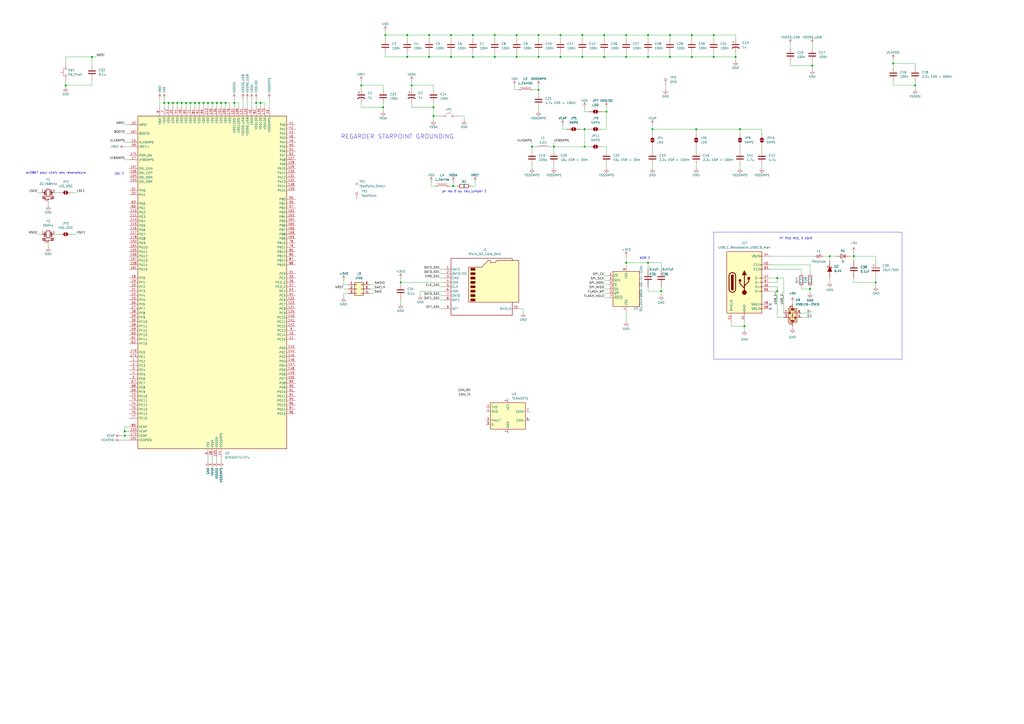
<source format=kicad_sch>
(kicad_sch (version 20250114) (generator "eeschema") (generator_version "9.0")
  (paper "A2")
  (lib_symbols
    (symbol "0CSL_D1_V1:CAP_0.47uF_50V_0603" (pin_numbers (hide yes)) (pin_names (offset 0.254))
      (property "Reference" "C" (at 0.635 2.54 0))
      (property "ValeurV" "0.47uF" (at 5.08 -2.54 0))
      (symbol "CAP_0.47uF_50V_0603_1_1"
        (pin passive line (at 0 5.08 270) (length 4.064) (name "~") (number "1"))
        (pin passive line (at 0 -5.08 90) (length 4.064) (name "~") (number "2"))
      )
    )
    (symbol "0CSL_D1_V1:CAP_100nF_50V_0603" (pin_numbers (hide yes)) (pin_names (offset 0.254))
      (property "Reference" "C" (at 0.635 2.54 0))
      (property "ValeurV" "100nF" (at 2.54 -2.54 0))
      (symbol "CAP_100nF_50V_0603_1_1"
        (pin passive line (at 0 5.08 270) (length 4.064) (name "~") (number "1"))
        (pin passive line (at 0 -5.08 90) (length 4.064) (name "~") (number "2"))
      )
    )
    (symbol "0CSL_D1_V1:CAP_7mm_X_2mm" (pin_numbers (hide yes)) (pin_names (offset 0.254))
      (property "Reference" "C" (at 0.635 2.54 0))
      (property "Value" "CAP_7mm_X_2mm" (at 0.635 -2.54 0))
      (symbol "CAP_7mm_X_2mm_1_1"
        (pin passive line (at 0 5.08 270) (length 4.064) (name "~") (number "1"))
        (pin passive line (at 0 -5.08 90) (length 4.064) (name "~") (number "2"))
      )
    )
    (symbol "0CSL_D1_V1:DIODE_SCHOTTKY_30V_200mA" (pin_numbers (hide yes)) (pin_names (hide yes))
      (property "Reference" "D" (at 0 2.54 0))
      (property "Value" "DIODE_SCHOTTKY_30V_200mA" (at 1.905 4.445 0))
      (symbol "DIODE_SCHOTTKY_30V_200mA_1_1"
        (pin passive line (at -5.08 0 0) (length 3.81) (name "K") (number "1"))
        (pin passive line (at 5.08 0 180) (length 3.81) (name "A") (number "2"))
      )
    )
    (symbol "0CSL_D1_V1:USB_C_Receptacle_USB2.0_man" (pin_names (offset 1.016))
      (property "Reference" "J" (at 1.27 19.685 0))
      (property "Value" "USB_C_Receptacle_USB2.0_man" (at 31.75 -19.685 0))
      (symbol "USB_C_Receptacle_USB2.0_man_1_1"
        (pin passive line (at -7.62 -22.86 90) (length 5.08) (name "SHIELD") (number "S1"))
        (pin passive line (at 0 -22.86 90) (length 5.08) (name "GND") (number "A1"))
        (pin passive line (at 0 -22.86 90) (length 5.08) (hide yes) (name "GND") (number "A12"))
        (pin passive line (at 0 -22.86 90) (length 5.08) (hide yes) (name "GND") (number "B1"))
        (pin passive line (at 0 -22.86 90) (length 5.08) (hide yes) (name "GND") (number "B12"))
        (pin passive line (at 15.24 15.24 180) (length 5.08) (name "VBUS") (number "A4"))
        (pin passive line (at 15.24 15.24 180) (length 5.08) (hide yes) (name "VBUS") (number "A9"))
        (pin passive line (at 15.24 15.24 180) (length 5.08) (hide yes) (name "VBUS") (number "B4"))
        (pin passive line (at 15.24 15.24 180) (length 5.08) (hide yes) (name "VBUS") (number "B9"))
        (pin bidirectional line (at 15.24 10.16 180) (length 5.08) (name "CC1") (number "A5"))
        (pin bidirectional line (at 15.24 7.62 180) (length 5.08) (name "CC2") (number "B5"))
        (pin bidirectional line (at 15.24 2.54 180) (length 5.08) (name "D-") (number "A7"))
        (pin bidirectional line (at 15.24 0 180) (length 5.08) (name "D-") (number "B7"))
        (pin bidirectional line (at 15.24 -2.54 180) (length 5.08) (name "D+") (number "A6"))
        (pin bidirectional line (at 15.24 -5.08 180) (length 5.08) (name "D+") (number "B6"))
        (pin bidirectional line (at 15.24 -12.7 180) (length 5.08) (name "SBU1") (number "A8"))
        (pin bidirectional line (at 15.24 -15.24 180) (length 5.08) (name "SBU2") (number "B8"))
      )
    )
    (symbol "Connector:Micro_SD_Card_Det1"
      (property "Reference" "J" (at -16.51 17.78 0))
      (property "Value" "Micro_SD_Card_Det1" (at 16.51 17.78 0))
      (symbol "Micro_SD_Card_Det1_1_1"
        (pin bidirectional line (at -22.86 10.16 0) (length 3.81) (name "DAT2") (number "1"))
        (pin bidirectional line (at -22.86 7.62 0) (length 3.81) (name "DAT3/CD") (number "2"))
        (pin input line (at -22.86 5.08 0) (length 3.81) (name "CMD") (number "3"))
        (pin power_in line (at -22.86 2.54 0) (length 3.81) (name "VDD") (number "4"))
        (pin input line (at -22.86 0 0) (length 3.81) (name "CLK") (number "5"))
        (pin power_in line (at -22.86 -2.54 0) (length 3.81) (name "VSS") (number "6"))
        (pin bidirectional line (at -22.86 -5.08 0) (length 3.81) (name "DAT0") (number "7"))
        (pin bidirectional line (at -22.86 -7.62 0) (length 3.81) (name "DAT1") (number "8"))
        (pin passive line (at -22.86 -12.7 0) (length 3.81) (name "DET") (number "9"))
        (pin passive line (at 20.32 -12.7 180) (length 3.81) (name "SHIELD") (number "10"))
      )
    )
    (symbol "Connector:TestPoint" (pin_numbers (hide yes)) (pin_names (offset 0.762) (hide yes))
      (property "Reference" "TP" (at 0 6.858 0))
      (property "Value" "TestPoint" (at 0 5.08 0))
      (symbol "TestPoint_1_1"
        (pin passive line (at 0 0 90) (length 2.54) (name "1") (number "1"))
      )
    )
    (symbol "Connector:TestPoint_Small" (pin_numbers (hide yes)) (pin_names (offset 0.762) (hide yes))
      (property "Reference" "TP" (at 0 3.81 0))
      (property "Value" "TestPoint_Small" (at 0 2.032 0))
      (symbol "TestPoint_Small_1_1"
        (pin passive line (at 0 0 90) (length 0) (name "1") (number "1"))
      )
    )
    (symbol "Connector_Generic:Conn_02x03_Counter_Clockwise" (pin_names (offset 1.016) (hide yes))
      (property "Reference" "J" (at 1.27 5.08 0))
      (property "Value" "Conn_02x03_Counter_Clockwise" (at 1.27 -5.08 0))
      (symbol "Conn_02x03_Counter_Clockwise_1_1"
        (pin passive line (at -5.08 2.54 0) (length 3.81) (name "Pin_1") (number "1"))
        (pin passive line (at -5.08 0 0) (length 3.81) (name "Pin_2") (number "2"))
        (pin passive line (at -5.08 -2.54 0) (length 3.81) (name "Pin_3") (number "3"))
        (pin passive line (at 7.62 2.54 180) (length 3.81) (name "Pin_6") (number "6"))
        (pin passive line (at 7.62 0 180) (length 3.81) (name "Pin_5") (number "5"))
        (pin passive line (at 7.62 -2.54 180) (length 3.81) (name "Pin_4") (number "4"))
      )
    )
    (symbol "Device:C" (pin_numbers (hide yes)) (pin_names (offset 0.254))
      (property "Reference" "C" (at 0.635 2.54 0))
      (property "Value" "C" (at 0.635 -2.54 0))
      (symbol "C_1_1"
        (pin passive line (at 0 3.81 270) (length 2.794) (name "~") (number "1"))
        (pin passive line (at 0 -3.81 90) (length 2.794) (name "~") (number "2"))
      )
    )
    (symbol "Device:C_Polarized" (pin_numbers (hide yes)) (pin_names (offset 0.254))
      (property "Reference" "C" (at 0.635 2.54 0))
      (property "Value" "C_Polarized" (at 0.635 -2.54 0))
      (symbol "C_Polarized_1_1"
        (pin passive line (at 0 3.81 270) (length 2.794) (name "~") (number "1"))
        (pin passive line (at 0 -3.81 90) (length 2.794) (name "~") (number "2"))
      )
    )
    (symbol "Device:C_Polarized_US" (pin_numbers (hide yes)) (pin_names (offset 0.254) (hide yes))
      (property "Reference" "C" (at 0.635 2.54 0))
      (property "Value" "C_Polarized_US" (at 0.635 -2.54 0))
      (symbol "C_Polarized_US_1_1"
        (pin passive line (at 0 3.81 270) (length 2.794) (name "~") (number "1"))
        (pin passive line (at 0 -3.81 90) (length 3.302) (name "~") (number "2"))
      )
    )
    (symbol "Device:D" (pin_numbers (hide yes)) (pin_names (offset 1.016) (hide yes))
      (property "Reference" "D" (at 0 2.54 0))
      (property "Value" "D" (at 0 -2.54 0))
      (symbol "D_1_1"
        (pin passive line (at -3.81 0 0) (length 2.54) (name "K") (number "1"))
        (pin passive line (at 3.81 0 180) (length 2.54) (name "A") (number "2"))
      )
    )
    (symbol "Device:L" (pin_numbers (hide yes)) (pin_names (offset 1.016) (hide yes))
      (property "Reference" "L" (at -1.27 0 90))
      (property "Value" "L" (at 1.905 0 90))
      (symbol "L_1_1"
        (pin passive line (at 0 3.81 270) (length 1.27) (name "1") (number "1"))
        (pin passive line (at 0 -3.81 90) (length 1.27) (name "2") (number "2"))
      )
    )
    (symbol "Device:L_Ferrite" (pin_numbers (hide yes)) (pin_names (offset 1.016) (hide yes))
      (property "Reference" "L" (at -1.27 0 90))
      (property "Value" "L_Ferrite" (at 2.794 0 90))
      (symbol "L_Ferrite_1_1"
        (pin passive line (at 0 3.81 270) (length 1.27) (name "1") (number "1"))
        (pin passive line (at 0 -3.81 90) (length 1.27) (name "2") (number "2"))
      )
    )
    (symbol "Device:Polyfuse_Small" (pin_numbers (hide yes)) (pin_names (offset 0))
      (property "Reference" "F" (at -1.905 0 90))
      (property "Value" "Polyfuse_Small" (at 1.905 0 90))
      (symbol "Polyfuse_Small_1_1"
        (pin passive line (at 0 2.54 270) (length 0.635) (name "~") (number "1"))
        (pin passive line (at 0 -2.54 90) (length 0.635) (name "~") (number "2"))
      )
    )
    (symbol "Device:R" (pin_numbers (hide yes)) (pin_names (offset 0))
      (property "Reference" "R" (at 2.032 0 90))
      (property "Value" "R" (at 0 0 90))
      (symbol "R_1_1"
        (pin passive line (at 0 3.81 270) (length 1.27) (name "~") (number "1"))
        (pin passive line (at 0 -3.81 90) (length 1.27) (name "~") (number "2"))
      )
    )
    (symbol "Device:Resonator" (pin_names (offset 1.016) (hide yes))
      (property "Reference" "Y" (at 0 5.715 0))
      (property "Value" "Resonator" (at 0 3.81 0))
      (symbol "Resonator_1_1"
        (pin passive line (at -3.81 0 0) (length 1.27) (name "1") (number "1"))
        (pin passive line (at 0 -5.08 90) (length 1.27) (name "2") (number "2"))
        (pin passive line (at 3.81 0 180) (length 1.27) (name "3") (number "3"))
      )
    )
    (symbol "Interface_CAN_LIN:TCAN337G"
      (property "Reference" "U" (at -10.16 8.89 0))
      (property "Value" "TCAN337G" (at 2.54 8.89 0))
      (symbol "TCAN337G_1_1"
        (pin input line (at -12.7 5.08 0) (length 2.54) (name "TXD") (number "1"))
        (pin tri_state line (at -12.7 2.54 0) (length 2.54) (name "RXD") (number "4"))
        (pin open_collector line (at -12.7 -2.54 0) (length 2.54) (name "FAULT") (number "5"))
        (pin input line (at -12.7 -5.08 0) (length 2.54) (name "S") (number "8"))
        (pin power_in line (at 0 10.16 270) (length 2.54) (name "VCC") (number "3"))
        (pin power_in line (at 0 -10.16 90) (length 2.54) (name "GND") (number "2"))
        (pin bidirectional line (at 12.7 2.54 180) (length 2.54) (name "CANH") (number "7"))
        (pin bidirectional line (at 12.7 -2.54 180) (length 2.54) (name "CANL") (number "6"))
      )
    )
    (symbol "Jumper:Jumper_2_Open" (pin_numbers (hide yes)) (pin_names (offset 0) (hide yes)) (exclude_from_sim yes)
      (property "Reference" "JP" (at 0 2.794 0))
      (property "Value" "Jumper_2_Open" (at 0 -2.286 0))
      (symbol "Jumper_2_Open_1_1"
        (pin passive line (at -5.08 0 0) (length 2.54) (name "A") (number "1"))
        (pin passive line (at 5.08 0 180) (length 2.54) (name "B") (number "2"))
      )
    )
    (symbol "Jumper:SolderJumper_2_Open" (pin_numbers (hide yes)) (pin_names (offset 0) (hide yes)) (in_bom no)
      (property "Reference" "JP" (at 0 2.032 0))
      (property "Value" "SolderJumper_2_Open" (at 0 -2.54 0))
      (symbol "SolderJumper_2_Open_1_1"
        (pin passive line (at -3.81 0 0) (length 2.54) (name "A") (number "1"))
        (pin passive line (at 3.81 0 180) (length 2.54) (name "B") (number "2"))
      )
    )
    (symbol "MCU_ST_STM32H7:STM32H747IITx"
      (property "Reference" "U" (at -43.18 97.79 0))
      (property "Value" "STM32H747IITx" (at 35.56 97.79 0))
      (symbol "STM32H747IITx_1_1"
        (pin input line (at -48.26 91.44 0) (length 5.08) (name "NRST") (number "33"))
        (pin input line (at -48.26 86.36 0) (length 5.08) (name "BOOT0") (number "167"))
        (pin power_in line (at -48.26 81.28 0) (length 5.08) (name "VLXSMPS") (number "15"))
        (pin input line (at -48.26 78.74 0) (length 5.08) (name "VREF+") (number "39"))
        (pin input line (at -48.26 73.66 0) (length 5.08) (name "PDR_ON") (number "174"))
        (pin input line (at -48.26 71.12 0) (length 5.08) (name "VFBSMPS") (number "17"))
        (pin bidirectional line (at -48.26 66.04 0) (length 5.08) (name "DSI_CKN") (number "107"))
        (pin bidirectional line (at -48.26 63.5 0) (length 5.08) (name "DSI_CKP") (number "106"))
        (pin bidirectional line (at -48.26 60.96 0) (length 5.08) (name "DSI_D0N") (number "104"))
        (pin bidirectional line (at -48.26 58.42 0) (length 5.08) (name "DSI_D0P") (number "103"))
        (pin bidirectional line (at -48.26 53.34 0) (length 5.08) (name "PH0") (number "31"))
        (pin bidirectional line (at -48.26 50.8 0) (length 5.08) (name "PH1") (number "32"))
        (pin bidirectional line (at -48.26 45.72 0) (length 5.08) (name "PG0") (number "63"))
        (pin bidirectional line (at -48.26 43.18 0) (length 5.08) (name "PG1") (number "66"))
        (pin bidirectional line (at -48.26 40.64 0) (length 5.08) (name "PG2") (number "110"))
        (pin bidirectional line (at -48.26 38.1 0) (length 5.08) (name "PG3") (number "111"))
        (pin bidirectional line (at -48.26 35.56 0) (length 5.08) (name "PG4") (number "114"))
        (pin bidirectional line (at -48.26 33.02 0) (length 5.08) (name "PG5") (number "115"))
        (pin bidirectional line (at -48.26 30.48 0) (length 5.08) (name "PG6") (number "116"))
        (pin bidirectional line (at -48.26 27.94 0) (length 5.08) (name "PG7") (number "117"))
        (pin bidirectional line (at -48.26 25.4 0) (length 5.08) (name "PG8") (number "118"))
        (pin bidirectional line (at -48.26 22.86 0) (length 5.08) (name "PG9") (number "153"))
        (pin bidirectional line (at -48.26 20.32 0) (length 5.08) (name "PG10") (number "154"))
        (pin bidirectional line (at -48.26 17.78 0) (length 5.08) (name "PG11") (number "155"))
        (pin bidirectional line (at -48.26 15.24 0) (length 5.08) (name "PG12") (number "156"))
        (pin bidirectional line (at -48.26 12.7 0) (length 5.08) (name "PG13") (number "157"))
        (pin bidirectional line (at -48.26 10.16 0) (length 5.08) (name "PG14") (number "158"))
        (pin bidirectional line (at -48.26 7.62 0) (length 5.08) (name "PG15") (number "161"))
        (pin bidirectional line (at -48.26 2.54 0) (length 5.08) (name "PF0") (number "18"))
        (pin bidirectional line (at -48.26 0 0) (length 5.08) (name "PF1") (number "19"))
        (pin bidirectional line (at -48.26 -2.54 0) (length 5.08) (name "PF2") (number "20"))
        (pin bidirectional line (at -48.26 -5.08 0) (length 5.08) (name "PF3") (number "21"))
        (pin bidirectional line (at -48.26 -7.62 0) (length 5.08) (name "PF4") (number "22"))
        (pin bidirectional line (at -48.26 -10.16 0) (length 5.08) (name "PF5") (number "23"))
        (pin bidirectional line (at -48.26 -12.7 0) (length 5.08) (name "PF6") (number "26"))
        (pin bidirectional line (at -48.26 -15.24 0) (length 5.08) (name "PF7") (number "27"))
        (pin bidirectional line (at -48.26 -17.78 0) (length 5.08) (name "PF8") (number "28"))
        (pin bidirectional line (at -48.26 -20.32 0) (length 5.08) (name "PF9") (number "29"))
        (pin bidirectional line (at -48.26 -22.86 0) (length 5.08) (name "PF10") (number "30"))
        (pin bidirectional line (at -48.26 -25.4 0) (length 5.08) (name "PF11") (number "58"))
        (pin bidirectional line (at -48.26 -27.94 0) (length 5.08) (name "PF12") (number "59"))
        (pin bidirectional line (at -48.26 -30.48 0) (length 5.08) (name "PF13") (number "60"))
        (pin bidirectional line (at -48.26 -33.02 0) (length 5.08) (name "PF14") (number "61"))
        (pin bidirectional line (at -48.26 -35.56 0) (length 5.08) (name "PF15") (number "62"))
        (pin bidirectional line (at -48.26 -40.64 0) (length 5.08) (name "PE0") (number "170"))
        (pin bidirectional line (at -48.26 -43.18 0) (length 5.08) (name "PE1") (number "171"))
        (pin bidirectional line (at -48.26 -45.72 0) (length 5.08) (name "PE2") (number "1"))
        (pin bidirectional line (at -48.26 -48.26 0) (length 5.08) (name "PE3") (number "2"))
        (pin bidirectional line (at -48.26 -50.8 0) (length 5.08) (name "PE4") (number "3"))
        (pin bidirectional line (at -48.26 -53.34 0) (length 5.08) (name "PE5") (number "4"))
        (pin bidirectional line (at -48.26 -55.88 0) (length 5.08) (name "PE6") (number "5"))
        (pin bidirectional line (at -48.26 -58.42 0) (length 5.08) (name "PE7") (number "67"))
        (pin bidirectional line (at -48.26 -60.96 0) (length 5.08) (name "PE8") (number "68"))
        (pin bidirectional line (at -48.26 -63.5 0) (length 5.08) (name "PE9") (number "69"))
        (pin bidirectional line (at -48.26 -66.04 0) (length 5.08) (name "PE10") (number "72"))
        (pin bidirectional line (at -48.26 -68.58 0) (length 5.08) (name "PE11") (number "73"))
        (pin bidirectional line (at -48.26 -71.12 0) (length 5.08) (name "PE12") (number "74"))
        (pin bidirectional line (at -48.26 -73.66 0) (length 5.08) (name "PE13") (number "75"))
        (pin bidirectional line (at -48.26 -76.2 0) (length 5.08) (name "PE14") (number "76"))
        (pin bidirectional line (at -48.26 -78.74 0) (length 5.08) (name "PE15") (number "77"))
        (pin power_out line (at -48.26 -83.82 0) (length 5.08) (name "VCAP") (number "80"))
        (pin power_out line (at -48.26 -86.36 0) (length 5.08) (name "VCAP") (number "133"))
        (pin power_out line (at -48.26 -88.9 0) (length 5.08) (name "VCAP") (number "172"))
        (pin power_out line (at -48.26 -91.44 0) (length 5.08) (name "VCAPDSI") (number "101"))
        (pin power_in line (at -30.48 101.6 270) (length 5.08) (name "VBAT") (number "8"))
        (pin power_in line (at -27.94 101.6 270) (length 5.08) (name "VDD") (number "7"))
        (pin power_in line (at -25.4 101.6 270) (length 5.08) (name "VDD") (number "13"))
        (pin power_in line (at -22.86 101.6 270) (length 5.08) (name "VDD") (number "25"))
        (pin power_in line (at -20.32 101.6 270) (length 5.08) (name "VDD") (number "44"))
        (pin power_in line (at -17.78 101.6 270) (length 5.08) (name "VDD") (number "48"))
        (pin power_in line (at -15.24 101.6 270) (length 5.08) (name "VDD") (number "65"))
        (pin power_in line (at -12.7 101.6 270) (length 5.08) (name "VDD") (number "71"))
        (pin power_in line (at -10.16 101.6 270) (length 5.08) (name "VDD") (number "84"))
        (pin power_in line (at -7.62 101.6 270) (length 5.08) (name "VDD") (number "92"))
        (pin power_in line (at -5.08 101.6 270) (length 5.08) (name "VDD") (number "99"))
        (pin power_in line (at -2.54 101.6 270) (length 5.08) (name "VDD") (number "113"))
        (pin passive line (at -2.54 -101.6 90) (length 5.08) (hide yes) (name "VSS") (number "100"))
        (pin passive line (at -2.54 -101.6 90) (length 5.08) (hide yes) (name "VSS") (number "112"))
        (pin passive line (at -2.54 -101.6 90) (length 5.08) (hide yes) (name "VSS") (number "119"))
        (pin passive line (at -2.54 -101.6 90) (length 5.08) (hide yes) (name "VSS") (number "12"))
        (pin passive line (at -2.54 -101.6 90) (length 5.08) (hide yes) (name "VSS") (number "134"))
        (pin passive line (at -2.54 -101.6 90) (length 5.08) (hide yes) (name "VSS") (number "137"))
        (pin passive line (at -2.54 -101.6 90) (length 5.08) (hide yes) (name "VSS") (number "151"))
        (pin passive line (at -2.54 -101.6 90) (length 5.08) (hide yes) (name "VSS") (number "159"))
        (pin passive line (at -2.54 -101.6 90) (length 5.08) (hide yes) (name "VSS") (number "173"))
        (pin passive line (at -2.54 -101.6 90) (length 5.08) (hide yes) (name "VSS") (number "24"))
        (pin passive line (at -2.54 -101.6 90) (length 5.08) (hide yes) (name "VSS") (number "45"))
        (pin passive line (at -2.54 -101.6 90) (length 5.08) (hide yes) (name "VSS") (number "47"))
        (pin power_in line (at -2.54 -101.6 90) (length 5.08) (name "VSS") (number "6"))
        (pin passive line (at -2.54 -101.6 90) (length 5.08) (hide yes) (name "VSS") (number "64"))
        (pin passive line (at -2.54 -101.6 90) (length 5.08) (hide yes) (name "VSS") (number "70"))
        (pin passive line (at -2.54 -101.6 90) (length 5.08) (hide yes) (name "VSS") (number "81"))
        (pin passive line (at -2.54 -101.6 90) (length 5.08) (hide yes) (name "VSS") (number "83"))
        (pin passive line (at -2.54 -101.6 90) (length 5.08) (hide yes) (name "VSS") (number "93"))
        (pin power_in line (at 0 101.6 270) (length 5.08) (name "VDD") (number "126"))
        (pin power_in line (at 0 -101.6 90) (length 5.08) (name "VSSA") (number "38"))
        (pin power_in line (at 2.54 101.6 270) (length 5.08) (name "VDD") (number "136"))
        (pin power_in line (at 2.54 -101.6 90) (length 5.08) (name "VSSDSI") (number "105"))
        (pin passive line (at 2.54 -101.6 90) (length 5.08) (hide yes) (name "VSSDSI") (number "109"))
        (pin power_in line (at 5.08 101.6 270) (length 5.08) (name "VDD") (number "152"))
        (pin power_in line (at 5.08 -101.6 90) (length 5.08) (name "VSSSMPS") (number "14"))
        (pin power_in line (at 7.62 101.6 270) (length 5.08) (name "VDD") (number "160"))
        (pin power_in line (at 10.16 101.6 270) (length 5.08) (name "VDD") (number "176"))
        (pin power_in line (at 12.7 101.6 270) (length 5.08) (name "VDD12DSI") (number "102"))
        (pin power_in line (at 15.24 101.6 270) (length 5.08) (name "VDD12DSI") (number "108"))
        (pin power_in line (at 17.78 101.6 270) (length 5.08) (name "VDD33_USB") (number "121"))
        (pin power_in line (at 20.32 101.6 270) (length 5.08) (name "VDD50_USB") (number "120"))
        (pin power_in line (at 22.86 101.6 270) (length 5.08) (name "VDDA") (number "40"))
        (pin power_in line (at 25.4 101.6 270) (length 5.08) (name "VDDLDO") (number "82"))
        (pin power_in line (at 27.94 101.6 270) (length 5.08) (name "VDDLDO") (number "135"))
        (pin power_in line (at 30.48 101.6 270) (length 5.08) (name "VDDLDO") (number "175"))
        (pin power_in line (at 33.02 101.6 270) (length 5.08) (name "VDDSMPS") (number "16"))
        (pin bidirectional line (at 48.26 91.44 180) (length 5.08) (name "PA0") (number "41"))
        (pin bidirectional line (at 48.26 88.9 180) (length 5.08) (name "PA1") (number "42"))
        (pin bidirectional line (at 48.26 86.36 180) (length 5.08) (name "PA2") (number "43"))
        (pin bidirectional line (at 48.26 83.82 180) (length 5.08) (name "PA3") (number "46"))
        (pin bidirectional line (at 48.26 81.28 180) (length 5.08) (name "PA4") (number "49"))
        (pin bidirectional line (at 48.26 78.74 180) (length 5.08) (name "PA5") (number "50"))
        (pin bidirectional line (at 48.26 76.2 180) (length 5.08) (name "PA6") (number "51"))
        (pin bidirectional line (at 48.26 73.66 180) (length 5.08) (name "PA7") (number "52"))
        (pin bidirectional line (at 48.26 71.12 180) (length 5.08) (name "PA8") (number "127"))
        (pin bidirectional line (at 48.26 68.58 180) (length 5.08) (name "PA9") (number "128"))
        (pin bidirectional line (at 48.26 66.04 180) (length 5.08) (name "PA10") (number "129"))
        (pin bidirectional line (at 48.26 63.5 180) (length 5.08) (name "PA11") (number "130"))
        (pin bidirectional line (at 48.26 60.96 180) (length 5.08) (name "PA12") (number "131"))
        (pin bidirectional line (at 48.26 58.42 180) (length 5.08) (name "PA13") (number "132"))
        (pin bidirectional line (at 48.26 55.88 180) (length 5.08) (name "PA14") (number "138"))
        (pin bidirectional line (at 48.26 53.34 180) (length 5.08) (name "PA15") (number "139"))
        (pin bidirectional line (at 48.26 48.26 180) (length 5.08) (name "PB0") (number "55"))
        (pin bidirectional line (at 48.26 45.72 180) (length 5.08) (name "PB1") (number "56"))
        (pin bidirectional line (at 48.26 43.18 180) (length 5.08) (name "PB2") (number "57"))
        (pin bidirectional line (at 48.26 40.64 180) (length 5.08) (name "PB3") (number "162"))
        (pin bidirectional line (at 48.26 38.1 180) (length 5.08) (name "PB4") (number "163"))
        (pin bidirectional line (at 48.26 35.56 180) (length 5.08) (name "PB5") (number "164"))
        (pin bidirectional line (at 48.26 33.02 180) (length 5.08) (name "PB6") (number "165"))
        (pin bidirectional line (at 48.26 30.48 180) (length 5.08) (name "PB7") (number "166"))
        (pin bidirectional line (at 48.26 27.94 180) (length 5.08) (name "PB8") (number "168"))
        (pin bidirectional line (at 48.26 25.4 180) (length 5.08) (name "PB9") (number "169"))
        (pin bidirectional line (at 48.26 22.86 180) (length 5.08) (name "PB10") (number "78"))
        (pin bidirectional line (at 48.26 20.32 180) (length 5.08) (name "PB11") (number "79"))
        (pin bidirectional line (at 48.26 17.78 180) (length 5.08) (name "PB12") (number "85"))
        (pin bidirectional line (at 48.26 15.24 180) (length 5.08) (name "PB13") (number "86"))
        (pin bidirectional line (at 48.26 12.7 180) (length 5.08) (name "PB14") (number "87"))
        (pin bidirectional line (at 48.26 10.16 180) (length 5.08) (name "PB15") (number "88"))
        (pin bidirectional line (at 48.26 5.08 180) (length 5.08) (name "PC0") (number "34"))
        (pin bidirectional line (at 48.26 2.54 180) (length 5.08) (name "PC1") (number "35"))
        (pin bidirectional line (at 48.26 0 180) (length 5.08) (name "PC2_C") (number "36"))
        (pin bidirectional line (at 48.26 -2.54 180) (length 5.08) (name "PC3_C") (number "37"))
        (pin bidirectional line (at 48.26 -5.08 180) (length 5.08) (name "PC4") (number "53"))
        (pin bidirectional line (at 48.26 -7.62 180) (length 5.08) (name "PC5") (number "54"))
        (pin bidirectional line (at 48.26 -10.16 180) (length 5.08) (name "PC6") (number "122"))
        (pin bidirectional line (at 48.26 -12.7 180) (length 5.08) (name "PC7") (number "123"))
        (pin bidirectional line (at 48.26 -15.24 180) (length 5.08) (name "PC8") (number "124"))
        (pin bidirectional line (at 48.26 -17.78 180) (length 5.08) (name "PC9") (number "125"))
        (pin bidirectional line (at 48.26 -20.32 180) (length 5.08) (name "PC10") (number "140"))
        (pin bidirectional line (at 48.26 -22.86 180) (length 5.08) (name "PC11") (number "141"))
        (pin bidirectional line (at 48.26 -25.4 180) (length 5.08) (name "PC12") (number "142"))
        (pin bidirectional line (at 48.26 -27.94 180) (length 5.08) (name "PC13") (number "9"))
        (pin bidirectional line (at 48.26 -30.48 180) (length 5.08) (name "PC14") (number "10"))
        (pin bidirectional line (at 48.26 -33.02 180) (length 5.08) (name "PC15") (number "11"))
        (pin bidirectional line (at 48.26 -38.1 180) (length 5.08) (name "PD0") (number "143"))
        (pin bidirectional line (at 48.26 -40.64 180) (length 5.08) (name "PD1") (number "144"))
        (pin bidirectional line (at 48.26 -43.18 180) (length 5.08) (name "PD2") (number "145"))
        (pin bidirectional line (at 48.26 -45.72 180) (length 5.08) (name "PD3") (number "146"))
        (pin bidirectional line (at 48.26 -48.26 180) (length 5.08) (name "PD4") (number "147"))
        (pin bidirectional line (at 48.26 -50.8 180) (length 5.08) (name "PD5") (number "148"))
        (pin bidirectional line (at 48.26 -53.34 180) (length 5.08) (name "PD6") (number "149"))
        (pin bidirectional line (at 48.26 -55.88 180) (length 5.08) (name "PD7") (number "150"))
        (pin bidirectional line (at 48.26 -58.42 180) (length 5.08) (name "PD8") (number "89"))
        (pin bidirectional line (at 48.26 -60.96 180) (length 5.08) (name "PD9") (number "90"))
        (pin bidirectional line (at 48.26 -63.5 180) (length 5.08) (name "PD10") (number "91"))
        (pin bidirectional line (at 48.26 -66.04 180) (length 5.08) (name "PD11") (number "94"))
        (pin bidirectional line (at 48.26 -68.58 180) (length 5.08) (name "PD12") (number "95"))
        (pin bidirectional line (at 48.26 -71.12 180) (length 5.08) (name "PD13") (number "96"))
        (pin bidirectional line (at 48.26 -73.66 180) (length 5.08) (name "PD14") (number "97"))
        (pin bidirectional line (at 48.26 -76.2 180) (length 5.08) (name "PD15") (number "98"))
      )
    )
    (symbol "Memory_Flash:SST25VF080B-50-4x-S2Ax"
      (property "Reference" "U" (at -6.35 11.43 0))
      (property "Value" "SST25VF080B-50-4x-S2Ax" (at 13.97 11.43 0))
      (symbol "SST25VF080B-50-4x-S2Ax_1_1"
        (pin input line (at -10.16 7.62 0) (length 2.54) (name "~{CE}") (number "1"))
        (pin input line (at -10.16 5.08 0) (length 2.54) (name "SCK") (number "6"))
        (pin input line (at -10.16 2.54 0) (length 2.54) (name "SI") (number "5"))
        (pin output line (at -10.16 0 0) (length 2.54) (name "SO") (number "2"))
        (pin input line (at -10.16 -2.54 0) (length 2.54) (name "~{WP}") (number "3"))
        (pin input line (at -10.16 -5.08 0) (length 2.54) (name "~{HOLD}") (number "7"))
        (pin power_in line (at 0 12.7 270) (length 2.54) (name "VDD") (number "8"))
        (pin power_in line (at 0 -12.7 90) (length 2.54) (name "VSS") (number "4"))
      )
    )
    (symbol "Power_Protection:USBLC6-2SC6" (pin_names (hide yes))
      (property "Reference" "U" (at 0.635 5.715 0))
      (property "Value" "USBLC6-2SC6" (at 0.635 3.81 0))
      (symbol "USBLC6-2SC6_1_1"
        (pin passive line (at -5.08 0 0) (length 2.54) (name "I/O1") (number "1"))
        (pin passive line (at -5.08 -2.54 0) (length 2.54) (name "I/O2") (number "3"))
        (pin passive line (at 0 5.08 270) (length 2.54) (name "VBUS") (number "5"))
        (pin passive line (at 0 -7.62 90) (length 2.54) (name "GND") (number "2"))
        (pin passive line (at 5.08 0 180) (length 2.54) (name "I/O1") (number "6"))
        (pin passive line (at 5.08 -2.54 180) (length 2.54) (name "I/O2") (number "4"))
      )
    )
    (symbol "Switch:SW_Push" (pin_numbers (hide yes)) (pin_names (offset 1.016) (hide yes))
      (property "Reference" "SW" (at 1.27 2.54 0))
      (property "Value" "SW_Push" (at 0 -1.524 0))
      (symbol "SW_Push_0_1"
        (pin passive line (at -5.08 0 0) (length 2.54) (name "1") (number "1"))
        (pin passive line (at 5.08 0 180) (length 2.54) (name "2") (number "2"))
      )
    )
    (symbol "power:+3V3" (power) (pin_numbers (hide yes)) (pin_names (offset 0) (hide yes))
      (property "Value" "+3V3" (at 0 3.556 0))
      (symbol "+3V3_1_1"
        (pin power_in line (at 0 0 90) (length 0) (name "~") (number "1"))
      )
    )
    (symbol "power:+5V" (power) (pin_numbers (hide yes)) (pin_names (offset 0) (hide yes))
      (property "Value" "+5V" (at 0 3.556 0))
      (symbol "+5V_1_1"
        (pin power_in line (at 0 0 90) (length 0) (name "~") (number "1"))
      )
    )
    (symbol "power:GND" (power) (pin_numbers (hide yes)) (pin_names (offset 0) (hide yes))
      (property "Value" "GND" (at 0 -3.81 0))
      (symbol "GND_1_1"
        (pin power_in line (at 0 0 270) (length 0) (name "~") (number "1"))
      )
    )
    (symbol "power:GNDA" (power) (pin_numbers (hide yes)) (pin_names (offset 0) (hide yes))
      (property "Value" "GNDA" (at 0 -3.81 0))
      (symbol "GNDA_1_1"
        (pin power_in line (at 0 0 270) (length 0) (name "~") (number "1"))
      )
    )
    (symbol "power:VDD" (power) (pin_numbers (hide yes)) (pin_names (offset 0) (hide yes))
      (property "Value" "VDD" (at 0 3.556 0))
      (symbol "VDD_1_1"
        (pin power_in line (at 0 0 90) (length 0) (name "~") (number "1"))
      )
    )
  )
  (rectangle (start 414.02 134.62) (end 523.24 208.28))
  (text "an2867 pour choix des résonateurs\n" (at 32.385 100.33 0) (effects (font (size 1.27 1.27))))
  (text "pk res 0 au lieu jumper ?" (at 269.24 111.125 0) (effects (font (size 1.27 1.27))))
  (text "REGARDER STARPOINT GROUNDING" (at 230.505 79.375 0) (effects (font (size 2.54 2.54))))
  (text "NOR ?" (at 374.015 149.86 0) (effects (font (size 1.27 1.27))))
  (text "PT PAS MIS, À VOIR\n" (at 461.645 138.43 0) (effects (font (size 1.27 1.27))))
  (text "DSI ?" (at 69.215 100.965 0) (effects (font (size 1.27 1.27))))
  (junction (at 262.89 107.95))
  (junction (at 508 163.83))
  (junction (at 102.87 59.69))
  (junction (at 471.17 38.1))
  (junction (at 120.65 59.69))
  (junction (at 107.95 59.69))
  (junction (at 135.89 59.69))
  (junction (at 530.86 49.53))
  (junction (at 72.39 252.73))
  (junction (at 53.34 33.02))
  (junction (at 238.76 49.53))
  (junction (at 105.41 59.69))
  (junction (at 401.32 33.02))
  (junction (at 115.57 59.69))
  (junction (at 261.62 20.32))
  (junction (at 375.92 152.4))
  (junction (at 325.12 33.02))
  (junction (at 401.32 20.32))
  (junction (at 375.92 33.02))
  (junction (at 232.41 163.83))
  (junction (at 450.85 168.91))
  (junction (at 209.55 49.53))
  (junction (at 337.82 33.02))
  (junction (at 299.72 33.02))
  (junction (at 248.92 33.02))
  (junction (at 363.22 152.4))
  (junction (at 321.31 85.09))
  (junction (at 312.42 52.07))
  (junction (at 388.62 33.02))
  (junction (at 248.92 20.32))
  (junction (at 403.86 74.93))
  (junction (at 363.22 33.02))
  (junction (at 431.8 189.23))
  (junction (at 325.12 20.32))
  (junction (at 426.72 33.02))
  (junction (at 495.3 148.59))
  (junction (at 113.03 59.69))
  (junction (at 312.42 33.02))
  (junction (at 95.25 59.69))
  (junction (at 123.19 59.69))
  (junction (at 414.02 20.32))
  (junction (at 351.79 64.77))
  (junction (at 350.52 33.02))
  (junction (at 450.85 161.29))
  (junction (at 261.62 33.02))
  (junction (at 148.59 59.69))
  (junction (at 363.22 20.32))
  (junction (at 350.52 20.32))
  (junction (at 312.42 20.32))
  (junction (at 125.73 59.69))
  (junction (at 130.81 59.69))
  (junction (at 308.61 85.09))
  (junction (at 236.22 33.02))
  (junction (at 236.22 20.32))
  (junction (at 375.92 20.32))
  (junction (at 222.25 62.23))
  (junction (at 118.11 59.69))
  (junction (at 100.33 59.69))
  (junction (at 274.32 33.02))
  (junction (at 287.02 20.32))
  (junction (at 110.49 59.69))
  (junction (at 151.13 59.69))
  (junction (at 128.27 59.69))
  (junction (at 274.32 20.32))
  (junction (at 518.16 36.83))
  (junction (at 414.02 33.02))
  (junction (at 299.72 20.32))
  (junction (at 251.46 62.23))
  (junction (at 378.46 74.93))
  (junction (at 388.62 20.32))
  (junction (at 469.9 167.64))
  (junction (at 223.52 20.32))
  (junction (at 339.09 74.93))
  (junction (at 337.82 20.32))
  (junction (at 72.39 250.19))
  (junction (at 251.46 67.31))
  (junction (at 38.1 49.53))
  (junction (at 383.54 168.91))
  (junction (at 481.33 148.59))
  (junction (at 429.26 74.93))
  (junction (at 287.02 33.02))
  (junction (at 97.79 59.69))
  (junction (at 339.09 85.09))
  (no_connect (at 447.04 179.07))
  (no_connect (at 447.04 176.53))
  (wire (pts (xy 72.39 77.47) (xy 74.93 77.47)))
  (wire (pts (xy 441.96 85.09) (xy 441.96 87.63)))
  (wire (pts (xy 401.32 33.02) (xy 414.02 33.02)))
  (wire (pts (xy 481.33 163.83) (xy 481.33 161.29)))
  (wire (pts (xy 530.86 46.99) (xy 530.86 49.53)))
  (wire (pts (xy 72.39 252.73) (xy 72.39 250.19)))
  (wire (pts (xy 337.82 33.02) (xy 350.52 33.02)))
  (wire (pts (xy 469.9 170.18) (xy 469.9 167.64)))
  (wire (pts (xy 530.86 52.07) (xy 530.86 49.53)))
  (wire (pts (xy 123.19 59.69) (xy 125.73 59.69)))
  (wire (pts (xy 107.95 59.69) (xy 107.95 62.23)))
  (wire (pts (xy 135.89 59.69) (xy 138.43 59.69)))
  (wire (pts (xy 518.16 46.99) (xy 518.16 49.53)))
  (wire (pts (xy 308.61 82.55) (xy 308.61 85.09)))
  (wire (pts (xy 222.25 59.69) (xy 222.25 62.23)))
  (wire (pts (xy 450.85 168.91) (xy 447.04 168.91)))
  (wire (pts (xy 431.8 189.23) (xy 431.8 186.69)))
  (wire (pts (xy 223.52 33.02) (xy 223.52 30.48)))
  (wire (pts (xy 429.26 97.79) (xy 429.26 95.25)))
  (wire (pts (xy 363.22 33.02) (xy 350.52 33.02)))
  (wire (pts (xy 378.46 97.79) (xy 378.46 95.25)))
  (wire (pts (xy 351.79 85.09) (xy 351.79 87.63)))
  (wire (pts (xy 318.77 85.09) (xy 321.31 85.09)))
  (wire (pts (xy 308.61 87.63) (xy 308.61 85.09)))
  (wire (pts (xy 518.16 34.29) (xy 518.16 36.83)))
  (wire (pts (xy 135.89 57.15) (xy 135.89 59.69)))
  (wire (pts (xy 105.41 59.69) (xy 105.41 62.23)))
  (wire (pts (xy 464.82 156.21) (xy 464.82 158.75)))
  (wire (pts (xy 110.49 59.69) (xy 113.03 59.69)))
  (wire (pts (xy 386.08 52.07) (xy 386.08 49.53)))
  (wire (pts (xy 255.27 161.29) (xy 257.81 161.29)))
  (wire (pts (xy 308.61 95.25) (xy 308.61 97.79)))
  (wire (pts (xy 378.46 72.39) (xy 378.46 74.93)))
  (wire (pts (xy 312.42 54.61) (xy 312.42 52.07)))
  (wire (pts (xy 530.86 36.83) (xy 530.86 39.37)))
  (wire (pts (xy 341.63 74.93) (xy 339.09 74.93)))
  (wire (pts (xy 454.66 181.61) (xy 454.66 161.29)))
  (wire (pts (xy 459.74 189.23) (xy 459.74 190.5)))
  (wire (pts (xy 363.22 152.4) (xy 363.22 154.94)))
  (wire (pts (xy 312.42 33.02) (xy 312.42 30.48)))
  (wire (pts (xy 383.54 168.91) (xy 383.54 171.45)))
  (wire (pts (xy 431.8 191.77) (xy 431.8 189.23)))
  (wire (pts (xy 251.46 49.53) (xy 251.46 52.07)))
  (wire (pts (xy 21.59 111.76) (xy 24.13 111.76)))
  (wire (pts (xy 236.22 33.02) (xy 236.22 30.48)))
  (wire (pts (xy 133.35 59.69) (xy 133.35 62.23)))
  (wire (pts (xy 350.52 162.56) (xy 353.06 162.56)))
  (wire (pts (xy 495.3 161.29) (xy 495.3 163.83)))
  (wire (pts (xy 441.96 97.79) (xy 441.96 95.25)))
  (wire (pts (xy 363.22 148.59) (xy 363.22 152.4)))
  (wire (pts (xy 110.49 59.69) (xy 110.49 62.23)))
  (wire (pts (xy 238.76 62.23) (xy 251.46 62.23)))
  (wire (pts (xy 97.79 59.69) (xy 97.79 62.23)))
  (wire (pts (xy 251.46 67.31) (xy 251.46 69.85)))
  (wire (pts (xy 113.03 59.69) (xy 113.03 62.23)))
  (wire (pts (xy 458.47 38.1) (xy 471.17 38.1)))
  (wire (pts (xy 105.41 59.69) (xy 107.95 59.69)))
  (wire (pts (xy 401.32 20.32) (xy 401.32 22.86)))
  (wire (pts (xy 146.05 57.15) (xy 146.05 62.23)))
  (wire (pts (xy 274.32 33.02) (xy 274.32 30.48)))
  (wire (pts (xy 424.18 189.23) (xy 424.18 186.69)))
  (wire (pts (xy 287.02 20.32) (xy 287.02 22.86)))
  (wire (pts (xy 339.09 64.77) (xy 341.63 64.77)))
  (wire (pts (xy 257.81 168.91) (xy 243.84 168.91)))
  (wire (pts (xy 69.85 255.27) (xy 74.93 255.27)))
  (wire (pts (xy 69.85 252.73) (xy 72.39 252.73)))
  (wire (pts (xy 38.1 49.53) (xy 53.34 49.53)))
  (wire (pts (xy 308.61 85.09) (xy 311.15 85.09)))
  (wire (pts (xy 450.85 166.37) (xy 447.04 166.37)))
  (wire (pts (xy 414.02 33.02) (xy 414.02 30.48)))
  (wire (pts (xy 458.47 25.4) (xy 458.47 27.94)))
  (wire (pts (xy 34.29 135.89) (xy 31.75 135.89)))
  (wire (pts (xy 325.12 33.02) (xy 337.82 33.02)))
  (wire (pts (xy 321.31 82.55) (xy 321.31 85.09)))
  (wire (pts (xy 350.52 165.1) (xy 353.06 165.1)))
  (wire (pts (xy 325.12 33.02) (xy 325.12 30.48)))
  (wire (pts (xy 363.22 33.02) (xy 375.92 33.02)))
  (wire (pts (xy 261.62 33.02) (xy 261.62 30.48)))
  (wire (pts (xy 74.93 85.09) (xy 72.39 85.09)))
  (wire (pts (xy 388.62 20.32) (xy 388.62 22.86)))
  (wire (pts (xy 403.86 97.79) (xy 403.86 95.25)))
  (wire (pts (xy 378.46 74.93) (xy 378.46 77.47)))
  (wire (pts (xy 426.72 33.02) (xy 426.72 35.56)))
  (wire (pts (xy 326.39 72.39) (xy 326.39 74.93)))
  (wire (pts (xy 287.02 33.02) (xy 287.02 30.48)))
  (wire (pts (xy 209.55 49.53) (xy 222.25 49.53)))
  (wire (pts (xy 248.92 20.32) (xy 261.62 20.32)))
  (wire (pts (xy 217.17 170.18) (xy 214.63 170.18)))
  (wire (pts (xy 274.32 20.32) (xy 287.02 20.32)))
  (wire (pts (xy 469.9 158.75) (xy 469.9 153.67)))
  (wire (pts (xy 125.73 267.97) (xy 125.73 265.43)))
  (wire (pts (xy 350.52 172.72) (xy 353.06 172.72)))
  (wire (pts (xy 140.97 57.15) (xy 140.97 62.23)))
  (wire (pts (xy 209.55 46.99) (xy 209.55 49.53)))
  (wire (pts (xy 72.39 72.39) (xy 74.93 72.39)))
  (wire (pts (xy 223.52 33.02) (xy 236.22 33.02)))
  (wire (pts (xy 236.22 20.32) (xy 236.22 22.86)))
  (wire (pts (xy 351.79 74.93) (xy 349.25 74.93)))
  (wire (pts (xy 265.43 107.95) (xy 262.89 107.95)))
  (wire (pts (xy 508 163.83) (xy 508 160.02)))
  (wire (pts (xy 38.1 46.99) (xy 38.1 49.53)))
  (wire (pts (xy 299.72 33.02) (xy 299.72 30.48)))
  (wire (pts (xy 97.79 59.69) (xy 95.25 59.69)))
  (wire (pts (xy 447.04 148.59) (xy 472.44 148.59)))
  (wire (pts (xy 447.04 161.29) (xy 450.85 161.29)))
  (wire (pts (xy 120.65 267.97) (xy 120.65 265.43)))
  (wire (pts (xy 495.3 146.05) (xy 495.3 148.59)))
  (wire (pts (xy 248.92 33.02) (xy 248.92 30.48)))
  (wire (pts (xy 447.04 163.83) (xy 450.85 163.83)))
  (wire (pts (xy 375.92 33.02) (xy 375.92 30.48)))
  (wire (pts (xy 485.14 148.59) (xy 481.33 148.59)))
  (wire (pts (xy 251.46 62.23) (xy 251.46 67.31)))
  (wire (pts (xy 454.66 161.29) (xy 450.85 161.29)))
  (wire (pts (xy 450.85 168.91) (xy 450.85 184.15)))
  (wire (pts (xy 447.04 156.21) (xy 464.82 156.21)))
  (wire (pts (xy 217.17 167.64) (xy 214.63 167.64)))
  (wire (pts (xy 72.39 250.19) (xy 72.39 247.65)))
  (wire (pts (xy 321.31 85.09) (xy 321.31 87.63)))
  (wire (pts (xy 115.57 59.69) (xy 115.57 62.23)))
  (wire (pts (xy 464.82 181.61) (xy 471.17 181.61)))
  (wire (pts (xy 238.76 52.07) (xy 238.76 49.53)))
  (wire (pts (xy 321.31 97.79) (xy 321.31 95.25)))
  (wire (pts (xy 138.43 59.69) (xy 138.43 62.23)))
  (wire (pts (xy 199.39 172.72) (xy 199.39 170.18)))
  (wire (pts (xy 222.25 49.53) (xy 222.25 52.07)))
  (wire (pts (xy 262.89 107.95) (xy 260.35 107.95)))
  (wire (pts (xy 143.51 57.15) (xy 143.51 62.23)))
  (wire (pts (xy 414.02 33.02) (xy 426.72 33.02)))
  (wire (pts (xy 303.53 181.61) (xy 303.53 179.07)))
  (wire (pts (xy 21.59 135.89) (xy 24.13 135.89)))
  (wire (pts (xy 72.39 82.55) (xy 74.93 82.55)))
  (wire (pts (xy 274.32 20.32) (xy 274.32 22.86)))
  (wire (pts (xy 375.92 20.32) (xy 388.62 20.32)))
  (wire (pts (xy 261.62 33.02) (xy 274.32 33.02)))
  (wire (pts (xy 477.52 148.59) (xy 481.33 148.59)))
  (wire (pts (xy 326.39 74.93) (xy 328.93 74.93)))
  (wire (pts (xy 429.26 74.93) (xy 429.26 77.47)))
  (wire (pts (xy 401.32 20.32) (xy 414.02 20.32)))
  (wire (pts (xy 375.92 156.21) (xy 375.92 152.4)))
  (wire (pts (xy 375.92 152.4) (xy 383.54 152.4)))
  (wire (pts (xy 248.92 20.32) (xy 248.92 22.86)))
  (wire (pts (xy 481.33 148.59) (xy 481.33 151.13)))
  (wire (pts (xy 95.25 57.15) (xy 95.25 59.69)))
  (wire (pts (xy 151.13 59.69) (xy 151.13 62.23)))
  (wire (pts (xy 429.26 87.63) (xy 429.26 85.09)))
  (wire (pts (xy 262.89 105.41) (xy 262.89 107.95)))
  (wire (pts (xy 508 166.37) (xy 508 163.83)))
  (wire (pts (xy 92.71 57.15) (xy 92.71 62.23)))
  (wire (pts (xy 431.8 189.23) (xy 424.18 189.23)))
  (wire (pts (xy 95.25 59.69) (xy 95.25 62.23)))
  (wire (pts (xy 209.55 62.23) (xy 209.55 59.69)))
  (wire (pts (xy 255.27 158.75) (xy 257.81 158.75)))
  (wire (pts (xy 209.55 49.53) (xy 209.55 52.07)))
  (wire (pts (xy 255.27 166.37) (xy 257.81 166.37)))
  (wire (pts (xy 495.3 148.59) (xy 492.76 148.59)))
  (wire (pts (xy 495.3 148.59) (xy 495.3 151.13)))
  (wire (pts (xy 403.86 74.93) (xy 403.86 77.47)))
  (wire (pts (xy 388.62 20.32) (xy 401.32 20.32)))
  (wire (pts (xy 151.13 59.69) (xy 153.67 59.69)))
  (wire (pts (xy 375.92 168.91) (xy 383.54 168.91)))
  (wire (pts (xy 388.62 33.02) (xy 401.32 33.02)))
  (wire (pts (xy 34.29 111.76) (xy 31.75 111.76)))
  (wire (pts (xy 350.52 33.02) (xy 350.52 30.48)))
  (wire (pts (xy 261.62 20.32) (xy 274.32 20.32)))
  (wire (pts (xy 236.22 20.32) (xy 248.92 20.32)))
  (wire (pts (xy 388.62 33.02) (xy 388.62 30.48)))
  (wire (pts (xy 232.41 163.83) (xy 257.81 163.83)))
  (wire (pts (xy 426.72 20.32) (xy 426.72 22.86)))
  (wire (pts (xy 199.39 167.64) (xy 201.93 167.64)))
  (wire (pts (xy 156.21 57.15) (xy 156.21 62.23)))
  (wire (pts (xy 518.16 36.83) (xy 518.16 39.37)))
  (wire (pts (xy 102.87 59.69) (xy 105.41 59.69)))
  (wire (pts (xy 72.39 252.73) (xy 74.93 252.73)))
  (wire (pts (xy 336.55 74.93) (xy 339.09 74.93)))
  (wire (pts (xy 325.12 20.32) (xy 325.12 22.86)))
  (wire (pts (xy 123.19 267.97) (xy 123.19 265.43)))
  (wire (pts (xy 44.45 135.89) (xy 41.91 135.89)))
  (wire (pts (xy 375.92 168.91) (xy 375.92 166.37)))
  (wire (pts (xy 378.46 85.09) (xy 378.46 87.63)))
  (wire (pts (xy 72.39 250.19) (xy 74.93 250.19)))
  (wire (pts (xy 38.1 33.02) (xy 38.1 36.83)))
  (wire (pts (xy 414.02 20.32) (xy 414.02 22.86)))
  (wire (pts (xy 222.25 64.77) (xy 222.25 62.23)))
  (wire (pts (xy 222.25 62.23) (xy 209.55 62.23)))
  (wire (pts (xy 312.42 52.07) (xy 308.61 52.07)))
  (wire (pts (xy 303.53 179.07) (xy 300.99 179.07)))
  (wire (pts (xy 337.82 20.32) (xy 350.52 20.32)))
  (wire (pts (xy 518.16 36.83) (xy 530.86 36.83)))
  (wire (pts (xy 450.85 161.29) (xy 450.85 163.83)))
  (wire (pts (xy 287.02 20.32) (xy 299.72 20.32)))
  (wire (pts (xy 53.34 33.02) (xy 55.88 33.02)))
  (wire (pts (xy 125.73 59.69) (xy 125.73 62.23)))
  (wire (pts (xy 135.89 62.23) (xy 135.89 59.69)))
  (wire (pts (xy 469.9 167.64) (xy 469.9 166.37)))
  (wire (pts (xy 250.19 107.95) (xy 252.73 107.95)))
  (wire (pts (xy 97.79 59.69) (xy 100.33 59.69)))
  (wire (pts (xy 223.52 17.78) (xy 223.52 20.32)))
  (wire (pts (xy 223.52 20.32) (xy 236.22 20.32)))
  (wire (pts (xy 464.82 184.15) (xy 471.17 184.15)))
  (wire (pts (xy 120.65 59.69) (xy 123.19 59.69)))
  (wire (pts (xy 223.52 20.32) (xy 223.52 22.86)))
  (wire (pts (xy 378.46 74.93) (xy 403.86 74.93)))
  (wire (pts (xy 471.17 40.64) (xy 471.17 38.1)))
  (wire (pts (xy 27.94 119.38) (xy 27.94 116.84)))
  (wire (pts (xy 128.27 59.69) (xy 128.27 62.23)))
  (wire (pts (xy 325.12 20.32) (xy 337.82 20.32)))
  (wire (pts (xy 232.41 163.83) (xy 232.41 161.29)))
  (wire (pts (xy 299.72 20.32) (xy 299.72 22.86)))
  (wire (pts (xy 351.79 64.77) (xy 349.25 64.77)))
  (wire (pts (xy 495.3 163.83) (xy 508 163.83)))
  (wire (pts (xy 363.22 33.02) (xy 363.22 30.48)))
  (wire (pts (xy 38.1 49.53) (xy 38.1 50.8)))
  (wire (pts (xy 464.82 166.37) (xy 464.82 167.64)))
  (wire (pts (xy 312.42 20.32) (xy 312.42 22.86)))
  (wire (pts (xy 351.79 64.77) (xy 351.79 62.23)))
  (wire (pts (xy 312.42 33.02) (xy 325.12 33.02)))
  (wire (pts (xy 458.47 38.1) (xy 458.47 35.56)))
  (wire (pts (xy 471.17 25.4) (xy 471.17 27.94)))
  (wire (pts (xy 123.19 59.69) (xy 123.19 62.23)))
  (wire (pts (xy 464.82 167.64) (xy 469.9 167.64)))
  (wire (pts (xy 53.34 33.02) (xy 53.34 38.1)))
  (wire (pts (xy 255.27 171.45) (xy 257.81 171.45)))
  (wire (pts (xy 102.87 59.69) (xy 102.87 62.23)))
  (wire (pts (xy 350.52 160.02) (xy 353.06 160.02)))
  (wire (pts (xy 518.16 49.53) (xy 530.86 49.53)))
  (wire (pts (xy 72.39 247.65) (xy 74.93 247.65)))
  (wire (pts (xy 495.3 148.59) (xy 508 148.59)))
  (wire (pts (xy 125.73 59.69) (xy 128.27 59.69)))
  (wire (pts (xy 250.19 105.41) (xy 250.19 107.95)))
  (wire (pts (xy 232.41 176.53) (xy 232.41 173.99)))
  (wire (pts (xy 275.59 107.95) (xy 273.05 107.95)))
  (wire (pts (xy 148.59 57.15) (xy 148.59 59.69)))
  (wire (pts (xy 351.79 64.77) (xy 351.79 74.93)))
  (wire (pts (xy 375.92 20.32) (xy 375.92 22.86)))
  (wire (pts (xy 148.59 59.69) (xy 151.13 59.69)))
  (wire (pts (xy 426.72 33.02) (xy 426.72 30.48)))
  (wire (pts (xy 255.27 67.31) (xy 251.46 67.31)))
  (wire (pts (xy 130.81 59.69) (xy 133.35 59.69)))
  (wire (pts (xy 403.86 85.09) (xy 403.86 87.63)))
  (wire (pts (xy 363.22 20.32) (xy 375.92 20.32)))
  (wire (pts (xy 350.52 20.32) (xy 363.22 20.32)))
  (wire (pts (xy 450.85 184.15) (xy 454.66 184.15)))
  (wire (pts (xy 383.54 152.4) (xy 383.54 156.21)))
  (wire (pts (xy 238.76 49.53) (xy 238.76 46.99)))
  (wire (pts (xy 153.67 59.69) (xy 153.67 62.23)))
  (wire (pts (xy 339.09 85.09) (xy 341.63 85.09)))
  (wire (pts (xy 269.24 69.85) (xy 269.24 67.31)))
  (wire (pts (xy 375.92 33.02) (xy 388.62 33.02)))
  (wire (pts (xy 269.24 67.31) (xy 265.43 67.31)))
  (wire (pts (xy 287.02 33.02) (xy 299.72 33.02)))
  (wire (pts (xy 350.52 167.64) (xy 353.06 167.64)))
  (wire (pts (xy 248.92 33.02) (xy 261.62 33.02)))
  (wire (pts (xy 401.32 33.02) (xy 401.32 30.48)))
  (wire (pts (xy 459.74 175.26) (xy 459.74 176.53)))
  (wire (pts (xy 113.03 59.69) (xy 115.57 59.69)))
  (wire (pts (xy 38.1 33.02) (xy 53.34 33.02)))
  (wire (pts (xy 120.65 59.69) (xy 120.65 62.23)))
  (wire (pts (xy 100.33 59.69) (xy 100.33 62.23)))
  (wire (pts (xy 238.76 59.69) (xy 238.76 62.23)))
  (wire (pts (xy 300.99 52.07) (xy 298.45 52.07)))
  (wire (pts (xy 351.79 97.79) (xy 351.79 95.25)))
  (wire (pts (xy 337.82 20.32) (xy 337.82 22.86)))
  (wire (pts (xy 118.11 59.69) (xy 120.65 59.69)))
  (wire (pts (xy 130.81 59.69) (xy 130.81 62.23)))
  (wire (pts (xy 128.27 59.69) (xy 130.81 59.69)))
  (wire (pts (xy 255.27 156.21) (xy 257.81 156.21)))
  (wire (pts (xy 339.09 62.23) (xy 339.09 64.77)))
  (wire (pts (xy 471.17 35.56) (xy 471.17 38.1)))
  (wire (pts (xy 339.09 74.93) (xy 339.09 85.09)))
  (wire (pts (xy 363.22 180.34) (xy 363.22 186.69)))
  (wire (pts (xy 450.85 168.91) (xy 450.85 166.37)))
  (wire (pts (xy 447.04 153.67) (xy 469.9 153.67)))
  (wire (pts (xy 255.27 179.07) (xy 257.81 179.07)))
  (wire (pts (xy 118.11 59.69) (xy 118.11 62.23)))
  (wire (pts (xy 350.52 170.18) (xy 353.06 170.18)))
  (wire (pts (xy 251.46 62.23) (xy 251.46 59.69)))
  (wire (pts (xy 72.39 92.71) (xy 74.93 92.71)))
  (wire (pts (xy 274.32 33.02) (xy 287.02 33.02)))
  (wire (pts (xy 199.39 170.18) (xy 201.93 170.18)))
  (wire (pts (xy 243.84 168.91) (xy 243.84 171.45)))
  (wire (pts (xy 337.82 33.02) (xy 337.82 30.48)))
  (wire (pts (xy 363.22 20.32) (xy 363.22 22.86)))
  (wire (pts (xy 299.72 20.32) (xy 312.42 20.32)))
  (wire (pts (xy 383.54 168.91) (xy 383.54 166.37)))
  (wire (pts (xy 414.02 20.32) (xy 426.72 20.32)))
  (wire (pts (xy 312.42 20.32) (xy 325.12 20.32)))
  (wire (pts (xy 275.59 105.41) (xy 275.59 107.95)))
  (wire (pts (xy 118.11 59.69) (xy 115.57 59.69)))
  (wire (pts (xy 508 148.59) (xy 508 152.4)))
  (wire (pts (xy 53.34 45.72) (xy 53.34 49.53)))
  (wire (pts (xy 321.31 85.09) (xy 339.09 85.09)))
  (wire (pts (xy 312.42 49.53) (xy 312.42 52.07)))
  (wire (pts (xy 441.96 74.93) (xy 441.96 77.47)))
  (wire (pts (xy 236.22 33.02) (xy 248.92 33.02)))
  (wire (pts (xy 261.62 20.32) (xy 261.62 22.86)))
  (wire (pts (xy 429.26 74.93) (xy 441.96 74.93)))
  (wire (pts (xy 27.94 143.51) (xy 27.94 140.97)))
  (wire (pts (xy 298.45 52.07) (xy 298.45 49.53)))
  (wire (pts (xy 217.17 165.1) (xy 214.63 165.1)))
  (wire (pts (xy 128.27 267.97) (xy 128.27 265.43)))
  (wire (pts (xy 107.95 59.69) (xy 110.49 59.69)))
  (wire (pts (xy 238.76 49.53) (xy 251.46 49.53)))
  (wire (pts (xy 363.22 152.4) (xy 375.92 152.4)))
  (wire (pts (xy 199.39 165.1) (xy 201.93 165.1)))
  (wire (pts (xy 403.86 74.93) (xy 429.26 74.93)))
  (wire (pts (xy 350.52 20.32) (xy 350.52 22.86)))
  (wire (pts (xy 44.45 111.76) (xy 41.91 111.76)))
  (wire (pts (xy 351.79 85.09) (xy 349.25 85.09)))
  (wire (pts (xy 100.33 59.69) (xy 102.87 59.69)))
  (wire (pts (xy 148.59 59.69) (xy 148.59 62.23)))
  (wire (pts (xy 255.27 173.99) (xy 257.81 173.99)))
  (wire (pts (xy 199.39 162.56) (xy 199.39 165.1)))
  (wire (pts (xy 299.72 33.02) (xy 312.42 33.02)))
  (wire (pts (xy 312.42 64.77) (xy 312.42 62.23)))
  (label "FLASH_HOLD" (at 350.52 172.72 180))
  (label "D-" (at 471.17 181.61 180))
  (label "SPI_MOSI" (at 350.52 165.1 180))
  (label "VFBSMPS" (at 72.39 92.71 180))
  (label "CAN_RX" (at 273.05 227.33 180))
  (label "VLXSMPS" (at 308.61 82.55 180))
  (label "NRST" (at 199.39 167.64 180))
  (label "VLXSMPS" (at 72.39 82.55 180))
  (label "FLASH_WP" (at 350.52 170.18 180))
  (label "DET_SD1" (at 255.27 179.07 180))
  (label "D+" (at 471.17 184.15 180))
  (label "LSE1" (at 44.45 111.76 0))
  (label "VFBSMPS" (at 321.31 82.55 0))
  (label "NRST" (at 55.88 33.02 0))
  (label "DAT0_SD1" (at 255.27 171.45 180))
  (label "BOOT0" (at 72.39 77.47 180))
  (label "CMD_SD1" (at 255.27 161.29 180))
  (label "SWDIO" (at 217.17 165.1 0))
  (label "SWO" (at 217.17 170.18 0))
  (label "CLK_SD1" (at 255.27 166.37 180))
  (label "NRST" (at 72.39 72.39 180))
  (label "CAN_TX" (at 273.05 229.87 180))
  (label "SWCLK" (at 217.17 167.64 0))
  (label "SPI_CE" (at 350.52 160.02 180))
  (label "SPI_MISO" (at 350.52 167.64 180))
  (label "SPI_SCK" (at 350.52 162.56 180))
  (label "DAT3_SD1" (at 255.27 158.75 180))
  (label "LSE0" (at 21.59 111.76 180))
  (label "HSE1" (at 44.45 135.89 0))
  (label "DAT1_SD1" (at 255.27 173.99 180))
  (label "USB_D+" (at 450.85 168.91 270))
  (label "USB_D-" (at 454.66 168.91 270))
  (label "HSE0" (at 21.59 135.89 180))
  (label "DAT2_SD1" (at 255.27 156.21 180))
  (symbol (lib_id "power:GND") (at 120.65 267.97 0) (unit 1)
    (property "Reference" "#PWR018" (effects (hide yes)))
    (property "Value" "GND" (at 120.65 271.145 90) (effects (justify right)))
    (property "Description" "Power symbol creates a global label with name \"GND\" , ground" (effects (hide yes)))
  )
  (symbol (lib_id "0CSL_D1_V1:CAP_100nF_50V_0603") (at 375.92 161.29 0) (unit 1)
    (property "Reference" "C35" (at 376.682 159.004 0) (effects (justify left)))
    (property "Value" "0.1uF" (at 376.555 156.21 0) (effects (justify left)))
    (property "Footprint" "Capacitor_SMD:C_0603_1608Metric_Pad1.08x0.95mm_HandSolder" (effects (hide yes)))
    (property "Part Number" "399-C0603C104K5RAC7411CT-ND" (effects (hide yes)))
  )
  (symbol (lib_id "Device:C") (at 429.26 91.44 0) (unit 1)
    (property "Reference" "C41" (at 433.07 90.1699 0) (effects (justify left)))
    (property "Value" "4.7u" (at 433.07 92.7099 0) (effects (justify left)))
    (property "Description" "Unpolarized capacitor" (effects (hide yes)))
  )
  (symbol (lib_id "Device:L_Ferrite") (at 304.8 52.07 90) (unit 1)
    (property "Reference" "L2" (at 304.8 45.72 90))
    (property "Value" "L_Ferrite" (at 304.8 48.26 90))
    (property "Description" "Inductor with ferrite core" (effects (hide yes)))
  )
  (symbol (lib_id "Jumper:SolderJumper_2_Open") (at 441.96 81.28 90) (unit 1) (in_bom no)
    (property "Reference" "JP10" (at 444.5 80.0099 90) (effects (justify right)))
    (property "Value" "SMPS" (at 444.5 82.5499 90) (effects (justify right)))
    (property "Description" "Solder Jumper, 2-pole, open" (effects (hide yes)))
  )
  (symbol (lib_id "Device:C") (at 321.31 91.44 0) (unit 1)
    (property "Reference" "C20" (at 325.12 90.1699 0) (effects (justify left)))
    (property "Value" "10u ESR < 20m" (at 325.12 92.7099 0) (effects (justify left)))
    (property "Description" "Unpolarized capacitor" (effects (hide yes)))
  )
  (symbol (lib_id "power:GND") (at 403.86 97.79 0) (unit 1)
    (property "Reference" "#PWR042" (effects (hide yes)))
    (property "Value" "GND" (at 403.86 101.6 0))
    (property "Description" "Power symbol creates a global label with name \"GND\" , ground" (effects (hide yes)))
  )
  (symbol (lib_id "power:GND") (at 128.27 267.97 0) (unit 1)
    (property "Reference" "#PWR017" (effects (hide yes)))
    (property "Value" "VSSSMPS" (at 128.27 271.145 90) (effects (justify right)))
    (property "Description" "Power symbol creates a global label with name \"GND\" , ground" (effects (hide yes)))
  )
  (symbol (lib_id "Device:L_Ferrite") (at 256.54 107.95 90) (unit 1)
    (property "Reference" "L4" (at 256.54 101.6 90))
    (property "Value" "L_Ferrite" (at 256.54 104.14 90))
    (property "Description" "Inductor with ferrite core" (effects (hide yes)))
  )
  (symbol (lib_id "power:GND") (at 243.84 171.45 0) (unit 1)
    (property "Reference" "#PWR038" (effects (hide yes)))
    (property "Value" "GND" (at 243.84 175.26 0))
    (property "Description" "Power symbol creates a global label with name \"GND\" , ground" (effects (hide yes)))
  )
  (symbol (lib_id "power:VDD") (at 339.09 62.23 0) (mirror y) (unit 1)
    (property "Reference" "#PWR029" (effects (hide yes)))
    (property "Value" "VDD" (at 339.09 58.42 0))
    (property "Description" "Power symbol creates a global label with name \"VDD\"" (effects (hide yes)))
  )
  (symbol (lib_id "power:VDD") (at 250.19 105.41 0) (unit 1)
    (property "Reference" "#PWR015" (effects (hide yes)))
    (property "Value" "VDD" (at 250.19 101.6 0))
    (property "Description" "Power symbol creates a global label with name \"VDD\"" (effects (hide yes)))
  )
  (symbol (lib_id "Device:R") (at 464.82 162.56 180) (unit 1)
    (property "Reference" "R27" (at 462.28 162.56 90))
    (property "Value" "5.1k" (at 464.82 162.56 90))
    (property "Footprint" "Resistor_SMD:R_0603_1608Metric_Pad0.98x0.95mm_HandSolder" (effects (hide yes)))
    (property "Description" "Resistor" (effects (hide yes)))
    (property "Link" "https://www.digikey.ca/en/products/detail/epson/FC2012SN-32-768K-90NNA0KC0/21434381" (effects (hide yes)))
  )
  (symbol (lib_id "power:GND") (at 481.33 163.83 0) (unit 1)
    (property "Reference" "#PWR0109" (effects (hide yes)))
    (property "Value" "GND" (at 481.33 168.148 0))
    (property "Description" "Power symbol creates a global label with name \"GND\" , ground" (effects (hide yes)))
  )
  (symbol (lib_id "Jumper:SolderJumper_2_Open") (at 345.44 74.93 180) (unit 1) (in_bom no)
    (property "Reference" "JP8" (at 345.44 68.58 0))
    (property "Value" "SMPS" (at 345.44 71.12 0))
    (property "Description" "Solder Jumper, 2-pole, open" (effects (hide yes)))
  )
  (symbol (lib_id "Device:C_Polarized_US") (at 238.76 55.88 0) (unit 1)
    (property "Reference" "C2" (at 242.57 53.9749 0) (effects (justify left)))
    (property "Value" "1u" (at 242.57 56.5149 0) (effects (justify left)))
    (property "Description" "Polarized capacitor, US symbol" (effects (hide yes)))
  )
  (symbol (lib_id "Device:C") (at 378.46 91.44 0) (unit 1)
    (property "Reference" "C33" (at 382.27 90.1699 0) (effects (justify left)))
    (property "Value" "2.2u ESR < 100m" (at 382.27 92.7099 0) (effects (justify left)))
    (property "Description" "Unpolarized capacitor" (effects (hide yes)))
  )
  (symbol (lib_id "power:GND") (at 303.53 181.61 0) (unit 1)
    (property "Reference" "#PWR033" (effects (hide yes)))
    (property "Value" "GND" (at 303.53 185.42 0))
    (property "Description" "Power symbol creates a global label with name \"GND\" , ground" (effects (hide yes)))
  )
  (symbol (lib_id "power:VDD") (at 262.89 105.41 0) (unit 1)
    (property "Reference" "#PWR014" (effects (hide yes)))
    (property "Value" "VDDA" (at 262.89 101.6 0))
    (property "Description" "Power symbol creates a global label with name \"VDD\"" (effects (hide yes)))
  )
  (symbol (lib_id "Interface_CAN_LIN:TCAN337G") (at 294.64 241.3 0) (unit 1)
    (property "Reference" "U3" (at 296.7833 228.6 0) (effects (justify left)))
    (property "Value" "TCAN337G" (at 296.7833 231.14 0) (effects (justify left)))
    (property "Datasheet" "http://www.ti.com/lit/ds/symlink/tcan337.pdf" (effects (hide yes)))
    (property "Description" "High-Speed CAN Transceiver with CAN FD, 5Mbps, 3.3V supply, silent mode, fault output, SOT-23-8/SOIC-8" (effects (hide yes)))
  )
  (symbol (lib_id "power:+5V") (at 459.74 175.26 0) (unit 1)
    (property "Reference" "#PWR0106" (effects (hide yes)))
    (property "Value" "+5V" (at 459.74 170.18 0))
    (property "Description" "Power symbol creates a global label with name \"+5V\"" (effects (hide yes)))
  )
  (symbol (lib_id "power:VDD") (at 146.05 57.15 0) (unit 1)
    (property "Reference" "#PWR07" (effects (hide yes)))
    (property "Value" "VDDA" (at 146.05 51.435 90))
    (property "Description" "Power symbol creates a global label with name \"VDD\"" (effects (hide yes)))
  )
  (symbol (lib_id "power:GND") (at 363.22 186.69 0) (unit 1)
    (property "Reference" "#PWR0132" (effects (hide yes)))
    (property "Value" "GND" (at 363.22 190.754 0))
    (property "Description" "Power symbol creates a global label with name \"GND\" , ground" (effects (hide yes)))
  )
  (symbol (lib_id "Device:C") (at 299.72 26.67 0) (unit 1)
    (property "Reference" "C9" (at 303.53 25.3999 0) (effects (justify left)))
    (property "Value" "100n" (at 303.53 27.9399 0) (effects (justify left)))
    (property "Description" "Unpolarized capacitor" (effects (hide yes)))
  )
  (symbol (lib_id "power:VDD") (at 143.51 57.15 0) (unit 1)
    (property "Reference" "#PWR026" (effects (hide yes)))
    (property "Value" "VDD55_USB" (at 143.51 53.975 90) (effects (justify left)))
    (property "Description" "Power symbol creates a global label with name \"VDD\"" (effects (hide yes)))
  )
  (symbol (lib_id "power:VDD") (at 298.45 49.53 0) (unit 1)
    (property "Reference" "#PWR040" (effects (hide yes)))
    (property "Value" "VDD" (at 298.45 45.72 0))
    (property "Description" "Power symbol creates a global label with name \"VDD\"" (effects (hide yes)))
  )
  (symbol (lib_id "power:VDD") (at 458.47 25.4 0) (unit 1)
    (property "Reference" "#PWR027" (effects (hide yes)))
    (property "Value" "VDD33_USB" (at 458.47 21.59 0))
    (property "Description" "Power symbol creates a global label with name \"VDD\"" (effects (hide yes)))
  )
  (symbol (lib_id "Device:C") (at 236.22 26.67 0) (unit 1)
    (property "Reference" "C4" (at 240.03 25.3999 0) (effects (justify left)))
    (property "Value" "100n" (at 240.03 27.9399 0) (effects (justify left)))
    (property "Description" "Unpolarized capacitor" (effects (hide yes)))
  )
  (symbol (lib_id "power:GNDA") (at 251.46 69.85 0) (unit 1)
    (property "Reference" "#PWR012" (effects (hide yes)))
    (property "Value" "VSSA" (at 251.46 73.66 0))
    (property "Description" "Power symbol creates a global label with name \"GNDA\" , analog ground" (effects (hide yes)))
  )
  (symbol (lib_id "Device:C") (at 287.02 26.67 0) (unit 1)
    (property "Reference" "C8" (at 290.83 25.3999 0) (effects (justify left)))
    (property "Value" "100n" (at 290.83 27.9399 0) (effects (justify left)))
    (property "Description" "Unpolarized capacitor" (effects (hide yes)))
  )
  (symbol (lib_id "Device:C") (at 350.52 26.67 0) (unit 1)
    (property "Reference" "C26" (at 354.33 25.3999 0) (effects (justify left)))
    (property "Value" "100n" (at 354.33 27.9399 0) (effects (justify left)))
    (property "Description" "Unpolarized capacitor" (effects (hide yes)))
  )
  (symbol (lib_id "Device:C") (at 375.92 26.67 0) (unit 1)
    (property "Reference" "C28" (at 379.73 25.3999 0) (effects (justify left)))
    (property "Value" "100n" (at 379.73 27.9399 0) (effects (justify left)))
    (property "Description" "Unpolarized capacitor" (effects (hide yes)))
  )
  (symbol (lib_id "Jumper:SolderJumper_2_Open") (at 38.1 111.76 0) (unit 1) (in_bom no)
    (property "Reference" "JP2" (at 38.1 105.41 0))
    (property "Value" "LSE_OSC" (at 38.1 107.95 0))
    (property "Description" "Solder Jumper, 2-pole, open" (effects (hide yes)))
  )
  (symbol (lib_id "Device:C") (at 274.32 26.67 0) (unit 1)
    (property "Reference" "C7" (at 278.13 25.3999 0) (effects (justify left)))
    (property "Value" "100n" (at 278.13 27.9399 0) (effects (justify left)))
    (property "Description" "Unpolarized capacitor" (effects (hide yes)))
  )
  (symbol (lib_id "power:VDD") (at 275.59 105.41 0) (unit 1)
    (property "Reference" "#PWR047" (effects (hide yes)))
    (property "Value" "VREF" (at 275.59 101.6 0))
    (property "Description" "Power symbol creates a global label with name \"VDD\"" (effects (hide yes)))
  )
  (symbol (lib_id "power:GND") (at 471.17 40.64 0) (unit 1)
    (property "Reference" "#PWR016" (effects (hide yes)))
    (property "Value" "GND" (at 471.17 44.45 0))
    (property "Description" "Power symbol creates a global label with name \"GND\" , ground" (effects (hide yes)))
  )
  (symbol (lib_id "power:VDD") (at 69.85 255.27 90) (unit 1)
    (property "Reference" "#PWR049" (effects (hide yes)))
    (property "Value" "VCAPDSI" (at 66.675 255.27 90) (effects (justify left)))
    (property "Description" "Power symbol creates a global label with name \"VDD\"" (effects (hide yes)))
  )
  (symbol (lib_id "Connector:TestPoint_Small") (at 207.01 106.68 0) (unit 1)
    (property "Reference" "TP1" (at 208.28 105.4099 0) (effects (justify left)))
    (property "Value" "TestPoint_Small" (at 208.28 107.9499 0) (effects (justify left)))
    (property "Description" "test point" (effects (hide yes)))
  )
  (symbol (lib_id "Jumper:SolderJumper_2_Open") (at 332.74 74.93 180) (unit 1) (in_bom no)
    (property "Reference" "JP5" (at 332.74 68.58 0))
    (property "Value" "SMPS" (at 332.74 71.12 0))
    (property "Description" "Solder Jumper, 2-pole, open" (effects (hide yes)))
  )
  (symbol (lib_id "power:GND") (at 431.8 191.77 0) (unit 1)
    (property "Reference" "#PWR0110" (effects (hide yes)))
    (property "Value" "GND" (at 431.8 196.85 0))
    (property "Description" "Power symbol creates a global label with name \"GND\" , ground" (effects (hide yes)))
  )
  (symbol (lib_id "Device:C") (at 308.61 91.44 0) (unit 1)
    (property "Reference" "C19" (at 312.42 90.1699 0) (effects (justify left)))
    (property "Value" "220p" (at 312.42 92.7099 0) (effects (justify left)))
    (property "Description" "Unpolarized capacitor" (effects (hide yes)))
  )
  (symbol (lib_id "power:GND") (at 199.39 172.72 0) (unit 1)
    (property "Reference" "#PWR0177" (effects (hide yes)))
    (property "Value" "GND" (at 199.39 176.53 0))
    (property "Description" "Power symbol creates a global label with name \"GND\" , ground" (effects (hide yes)))
  )
  (symbol (lib_id "Device:R") (at 269.24 107.95 90) (unit 1)
    (property "Reference" "R1" (at 269.24 105.41 90))
    (property "Value" "0" (at 269.24 107.95 90))
    (property "Description" "Resistor" (effects (hide yes)))
  )
  (symbol (lib_id "power:GND") (at 441.96 97.79 0) (unit 1)
    (property "Reference" "#PWR044" (effects (hide yes)))
    (property "Value" "VSSSMPS" (at 441.96 101.6 0))
    (property "Description" "Power symbol creates a global label with name \"GND\" , ground" (effects (hide yes)))
  )
  (symbol (lib_id "power:VDD") (at 140.97 57.15 0) (unit 1)
    (property "Reference" "#PWR02" (effects (hide yes)))
    (property "Value" "VDD33_USB" (at 140.97 53.975 90) (effects (justify left)))
    (property "Description" "Power symbol creates a global label with name \"VDD\"" (effects (hide yes)))
  )
  (symbol (lib_id "power:VDD") (at 209.55 46.99 0) (unit 1)
    (property "Reference" "#PWR028" (effects (hide yes)))
    (property "Value" "VREF" (at 209.55 43.18 0))
    (property "Description" "Power symbol creates a global label with name \"VDD\"" (effects (hide yes)))
  )
  (symbol (lib_id "Power_Protection:USBLC6-2SC6") (at 459.74 181.61 0) (unit 1)
    (property "Reference" "U9" (at 461.3911 173.99 0) (effects (justify left)))
    (property "Value" "USBLC6-2SC6" (at 461.3911 176.53 0) (effects (justify left)))
    (property "Footprint" "Package_TO_SOT_SMD:SOT-23-6" (effects (hide yes)))
    (property "Datasheet" "https://www.st.com/content/ccc/resource/technical/document/datasheet/06/1d/48/9c/6c/20/4a/b2/CD00050750.pdf/files/CD00050750.pdf/jcr:content/translations/en.CD00050750.pdf" (effects (hide yes)))
    (property "Description" "Very low capacitance ESD protection diode, 2 data-line, SOT-23-6" (effects (hide yes)))
    (property "Part Number" "497-5235-1-ND" (effects (hide yes)))
    (property "Link" "https://www.digikey.ca/en/products/detail/stmicroelectronics/USBLC6-2SC6/1040559" (effects (hide yes)))
  )
  (symbol (lib_id "Device:C") (at 441.96 91.44 0) (unit 1)
    (property "Reference" "C42" (at 445.77 90.1699 0) (effects (justify left)))
    (property "Value" "4.7u" (at 445.77 92.7099 0) (effects (justify left)))
    (property "Description" "Unpolarized capacitor" (effects (hide yes)))
  )
  (symbol (lib_id "Device:R") (at 469.9 162.56 180) (unit 1)
    (property "Reference" "R28" (at 467.36 162.56 90))
    (property "Value" "5.1k" (at 469.9 162.56 90))
    (property "Footprint" "Resistor_SMD:R_0603_1608Metric_Pad0.98x0.95mm_HandSolder" (effects (hide yes)))
    (property "Description" "Resistor" (effects (hide yes)))
    (property "Link" "https://www.digikey.ca/en/products/detail/epson/FC2012SN-32-768K-90NNA0KC0/21434381" (effects (hide yes)))
  )
  (symbol (lib_id "Device:C") (at 401.32 26.67 0) (unit 1)
    (property "Reference" "C30" (at 405.13 25.3999 0) (effects (justify left)))
    (property "Value" "100n" (at 405.13 27.9399 0) (effects (justify left)))
    (property "Description" "Unpolarized capacitor" (effects (hide yes)))
  )
  (symbol (lib_id "Jumper:SolderJumper_2_Open") (at 345.44 85.09 180) (unit 1) (in_bom no)
    (property "Reference" "JP11" (at 345.44 78.74 0))
    (property "Value" "SMPS" (at 345.44 81.28 0))
    (property "Description" "Solder Jumper, 2-pole, open" (effects (hide yes)))
  )
  (symbol (lib_id "Device:L") (at 314.96 85.09 90) (unit 1)
    (property "Reference" "L1" (at 314.96 80.01 90))
    (property "Value" "2.2u" (at 314.96 82.55 90))
    (property "Description" "Inductor" (effects (hide yes)))
  )
  (symbol (lib_id "Jumper:SolderJumper_2_Open") (at 403.86 81.28 90) (unit 1) (in_bom no)
    (property "Reference" "JP6" (at 406.4 80.0099 90) (effects (justify right)))
    (property "Value" "LDO" (at 406.4 82.5499 90) (effects (justify right)))
    (property "Description" "Solder Jumper, 2-pole, open" (effects (hide yes)))
  )
  (symbol (lib_id "Device:C") (at 251.46 55.88 0) (unit 1)
    (property "Reference" "C14" (at 255.27 54.6099 0) (effects (justify left)))
    (property "Value" "100n" (at 255.27 57.1499 0) (effects (justify left)))
    (property "Description" "Unpolarized capacitor" (effects (hide yes)))
  )
  (symbol (lib_id "power:GND") (at 351.79 97.79 0) (unit 1)
    (property "Reference" "#PWR025" (effects (hide yes)))
    (property "Value" "VSSSMPS" (at 351.79 101.6 0))
    (property "Description" "Power symbol creates a global label with name \"GND\" , ground" (effects (hide yes)))
  )
  (symbol (lib_id "Jumper:Jumper_2_Open") (at 260.35 67.31 0) (unit 1) (exclude_from_sim yes)
    (property "Reference" "JP1" (at 260.35 63.5 0))
    (property "Value" "Jumper_2_Open" (effects (hide yes)))
    (property "Description" "Jumper, 2-pole, open" (effects (hide yes)))
  )
  (symbol (lib_id "power:VDD") (at 92.71 57.15 0) (unit 1)
    (property "Reference" "#PWR06" (effects (hide yes)))
    (property "Value" "VBAT" (at 92.71 53.975 90) (effects (justify left)))
    (property "Description" "Power symbol creates a global label with name \"VDD\"" (effects (hide yes)))
  )
  (symbol (lib_id "0CSL_D1_V1:CAP_7mm_X_2mm") (at 495.3 156.21 0) (unit 1)
    (property "Reference" "C38" (at 499.11 154.9399 0) (effects (justify left)))
    (property "Value" "0.1uF" (at 499.11 157.4799 0) (effects (justify left)))
    (property "Footprint" "Capacitor_SMD:C_0603_1608Metric_Pad1.08x0.95mm_HandSolder" (effects (hide yes)))
    (property "Description" "Unpolarized capacitor" (effects (hide yes)))
    (property "Part Number" "399-C0603C104K5RAC7411CT-ND" (effects (hide yes)))
  )
  (symbol (lib_id "power:GND") (at 429.26 97.79 0) (unit 1)
    (property "Reference" "#PWR043" (effects (hide yes)))
    (property "Value" "VSSSMPS" (at 429.26 101.6 0))
    (property "Description" "Power symbol creates a global label with name \"GND\" , ground" (effects (hide yes)))
  )
  (symbol (lib_id "power:GND") (at 27.94 119.38 0) (unit 1)
    (property "Reference" "#PWR039" (effects (hide yes)))
    (property "Value" "GND" (at 27.94 123.19 0))
    (property "Description" "Power symbol creates a global label with name \"GND\" , ground" (effects (hide yes)))
  )
  (symbol (lib_id "power:VDD") (at 312.42 49.53 0) (unit 1)
    (property "Reference" "#PWR035" (effects (hide yes)))
    (property "Value" "VDDSMPS" (at 312.42 45.72 0))
    (property "Description" "Power symbol creates a global label with name \"VDD\"" (effects (hide yes)))
  )
  (symbol (lib_id "Device:C") (at 403.86 91.44 0) (unit 1)
    (property "Reference" "C40" (at 407.67 90.1699 0) (effects (justify left)))
    (property "Value" "2.2u ESR < 100m" (at 407.67 92.7099 0) (effects (justify left)))
    (property "Description" "Unpolarized capacitor" (effects (hide yes)))
  )
  (symbol (lib_id "Connector:TestPoint") (at 386.08 49.53 0) (unit 1)
    (property "Reference" "TP3" (at 388.62 44.9579 0) (effects (justify left)))
    (property "Value" "GND" (at 388.62 47.4979 0) (effects (justify left)))
    (property "Description" "test point" (effects (hide yes)))
  )
  (symbol (lib_id "power:GNDA") (at 222.25 64.77 0) (unit 1)
    (property "Reference" "#PWR01" (effects (hide yes)))
    (property "Value" "VSSA" (at 222.25 68.58 0))
    (property "Description" "Power symbol creates a global label with name \"GNDA\" , analog ground" (effects (hide yes)))
  )
  (symbol (lib_id "Connector_Generic:Conn_02x03_Counter_Clockwise") (at 207.01 167.64 0) (unit 1)
    (property "Reference" "J3" (at 208.28 158.75 0))
    (property "Value" "JTAG" (at 208.28 161.29 0))
    (property "Footprint" "UserFootprints:490107670612" (effects (hide yes)))
    (property "Datasheet" "https://www.we-online.com/components/products/datasheet/490107670612.pdf" (effects (hide yes)))
    (property "Description" "Generic connector, double row, 02x03, counter clockwise pin numbering scheme (similar to DIP package numbering), script generated (kicad-library-utils/schlib/autogen/connector/)" (effects (hide yes)))
    (property "Part Number" "732-11634-5-ND" (effects (hide yes)))
  )
  (symbol (lib_id "Memory_Flash:SST25VF080B-50-4x-S2Ax") (at 363.22 167.64 0) (unit 1)
    (property "Reference" "U1" (at 367.538 178.816 0) (effects (justify left)))
    (property "Value" "SST25VF080B-50-4x-S2Ax" (at 371.856 180.848 90) (effects (justify left)))
    (property "Footprint" "Package_SO:SOIC-8_5.3x5.3mm_P1.27mm" (effects (hide yes)))
    (property "Datasheet" "http://ww1.microchip.com/downloads/en/DeviceDoc/20005045C.pdf" (effects (hide yes)))
    (property "Description" "8-Mbit, 2.7 to 3.6V, SPI Flash Memory, SOIC-8" (effects (hide yes)))
    (property "Part Number" "SST25VF080B-50-4I-S2AF-TCT-ND" (effects (hide yes)))
    (property "Link" "https://www.digikey.ca/en/products/detail/microchip-technology/SST25VF080B-50-4I-S2AF-T/2299432" (effects (hide yes)))
  )
  (symbol (lib_id "power:GND") (at 426.72 35.56 0) (unit 1)
    (property "Reference" "#PWR05" (effects (hide yes)))
    (property "Value" "GND" (at 426.72 39.37 0))
    (property "Description" "Power symbol creates a global label with name \"GND\" , ground" (effects (hide yes)))
  )
  (symbol (lib_id "power:VDD") (at 223.52 17.78 0) (unit 1)
    (property "Reference" "#PWR04" (effects (hide yes)))
    (property "Value" "VDD" (at 223.52 13.97 0))
    (property "Description" "Power symbol creates a global label with name \"VDD\"" (effects (hide yes)))
  )
  (symbol (lib_id "power:GND") (at 459.74 190.5 0) (unit 1)
    (property "Reference" "#PWR0105" (effects (hide yes)))
    (property "Value" "GND" (at 459.74 195.58 0))
    (property "Description" "Power symbol creates a global label with name \"GND\" , ground" (effects (hide yes)))
  )
  (symbol (lib_id "Switch:SW_Push") (at 38.1 41.91 90) (unit 1)
    (property "Reference" "SW1" (at 39.37 40.6399 90) (effects (justify right)))
    (property "Value" "SW_Push" (at 39.37 43.1799 90) (effects (justify right)))
    (property "Description" "Push button switch, generic, two pins" (effects (hide yes)))
  )
  (symbol (lib_id "power:VDD") (at 351.79 62.23 0) (mirror y) (unit 1)
    (property "Reference" "#PWR022" (effects (hide yes)))
    (property "Value" "VDDLDO" (at 351.79 58.42 0))
    (property "Description" "Power symbol creates a global label with name \"VDD\"" (effects (hide yes)))
  )
  (symbol (lib_id "Device:Resonator") (at 27.94 111.76 0) (unit 1)
    (property "Reference" "Y1" (at 27.94 104.14 0))
    (property "Value" "32.768KHz" (at 27.94 106.68 0))
    (property "Description" "Three pin ceramic resonator" (effects (hide yes)))
  )
  (symbol (lib_id "power:VDD") (at 326.39 72.39 0) (unit 1)
    (property "Reference" "#PWR045" (effects (hide yes)))
    (property "Value" "VCAP" (at 326.39 68.58 0))
    (property "Description" "Power symbol creates a global label with name \"VDD\"" (effects (hide yes)))
  )
  (symbol (lib_id "power:VDD") (at 95.25 57.15 0) (unit 1)
    (property "Reference" "#PWR03" (effects (hide yes)))
    (property "Value" "VDD" (at 95.25 53.975 90) (effects (justify left)))
    (property "Description" "Power symbol creates a global label with name \"VDD\"" (effects (hide yes)))
  )
  (symbol (lib_id "Device:C") (at 351.79 91.44 0) (unit 1)
    (property "Reference" "C22" (at 355.6 90.1699 0) (effects (justify left)))
    (property "Value" "10u ESR < 20m" (at 355.6 92.7099 0) (effects (justify left)))
    (property "Description" "Unpolarized capacitor" (effects (hide yes)))
  )
  (symbol (lib_id "power:GND") (at 383.54 171.45 0) (unit 1)
    (property "Reference" "#PWR0131" (effects (hide yes)))
    (property "Value" "GND" (at 383.54 175.514 0))
    (property "Description" "Power symbol creates a global label with name \"GND\" , ground" (effects (hide yes)))
  )
  (symbol (lib_id "Jumper:SolderJumper_2_Open") (at 378.46 81.28 90) (unit 1) (in_bom no)
    (property "Reference" "JP4" (at 381 80.0099 90) (effects (justify right)))
    (property "Value" "LDO" (at 381 82.5499 90) (effects (justify right)))
    (property "Description" "Solder Jumper, 2-pole, open" (effects (hide yes)))
  )
  (symbol (lib_id "power:GND") (at 378.46 97.79 0) (unit 1)
    (property "Reference" "#PWR041" (effects (hide yes)))
    (property "Value" "GND" (at 378.46 101.6 0))
    (property "Description" "Power symbol creates a global label with name \"GND\" , ground" (effects (hide yes)))
  )
  (symbol (lib_id "0CSL_D1_V1:USB_C_Receptacle_USB2.0_man") (at 431.8 163.83 0) (unit 1)
    (property "Reference" "J17" (at 431.8 140.97 0))
    (property "Value" "USB_C_Receptacle_USB2.0_man" (at 431.8 143.51 0))
    (property "Footprint" "Connector_USB:USB_C_Receptacle_GCT_USB4105-xx-A_16P_TopMnt_Horizontal" (effects (hide yes)))
    (property "Description" "USB-C (USB TYPE-C) USB 2.0 Receptacle Connector 24 (16+8 Dummy) Position Surface Mount, Right Angle; Through Hole" (effects (hide yes)))
    (property "Part Number" "2073-USB4105-GF-ACT-ND" (effects (hide yes)))
  )
  (symbol (lib_id "power:VDD") (at 72.39 85.09 90) (unit 1)
    (property "Reference" "#PWR046" (effects (hide yes)))
    (property "Value" "VREF" (at 69.215 85.09 90) (effects (justify left)))
    (property "Description" "Power symbol creates a global label with name \"VDD\"" (effects (hide yes)))
  )
  (symbol (lib_id "Device:C") (at 53.34 41.91 0) (unit 1)
    (property "Reference" "C32" (at 57.15 40.6399 0) (effects (justify left)))
    (property "Value" "0.1u" (at 57.15 43.1799 0) (effects (justify left)))
    (property "Description" "Unpolarized capacitor" (effects (hide yes)))
  )
  (symbol (lib_id "power:GND") (at 232.41 176.53 0) (unit 1)
    (property "Reference" "#PWR037" (effects (hide yes)))
    (property "Value" "GND" (at 232.41 180.34 0))
    (property "Description" "Power symbol creates a global label with name \"GND\" , ground" (effects (hide yes)))
  )
  (symbol (lib_id "power:+3V3") (at 363.22 148.59 0) (mirror y) (unit 1)
    (property "Reference" "#PWR0257" (effects (hide yes)))
    (property "Value" "+3V3" (at 363.22 144.78 0))
    (property "Description" "Power symbol creates a global label with name \"+3V3\"" (effects (hide yes)))
  )
  (symbol (lib_id "0CSL_D1_V1:DIODE_SCHOTTKY_30V_200mA") (at 481.33 156.21 270) (unit 1)
    (property "Reference" "D2" (at 483.87 154.6224 90) (effects (justify left)))
    (property "Value" "6.4V" (at 483.87 157.1624 90) (effects (justify left)))
    (property "Footprint" "Diode_SMD:D_0603_1608Metric_Pad1.05x0.95mm_HandSolder" (effects (hide yes)))
    (property "Description" "Diode Schottky 30V 200mA (DC) Surface Mount SOD-123" (effects (hide yes)))
    (property "Part Number" "1727-7327-1-ND" (effects (hide yes)))
    (property "Link" "https://www.digikey.ca/en/products/detail/texas-instruments/INA826AIDGKR/2762216" (effects (hide yes)))
  )
  (symbol (lib_id "power:VDD") (at 471.17 25.4 0) (unit 1)
    (property "Reference" "#PWR030" (effects (hide yes)))
    (property "Value" "VDD55_USB" (at 471.17 21.59 0))
    (property "Description" "Power symbol creates a global label with name \"VDD\"" (effects (hide yes)))
  )
  (symbol (lib_id "power:GND") (at 125.73 267.97 0) (unit 1)
    (property "Reference" "#PWR019" (effects (hide yes)))
    (property "Value" "VSSDSI" (at 125.73 271.145 90) (effects (justify right)))
    (property "Description" "Power symbol creates a global label with name \"GND\" , ground" (effects (hide yes)))
  )
  (symbol (lib_id "Device:C") (at 337.82 26.67 0) (unit 1)
    (property "Reference" "C12" (at 341.63 25.3999 0) (effects (justify left)))
    (property "Value" "100n" (at 341.63 27.9399 0) (effects (justify left)))
    (property "Description" "Unpolarized capacitor" (effects (hide yes)))
  )
  (symbol (lib_id "power:GND") (at 469.9 170.18 0) (unit 1)
    (property "Reference" "#PWR0107" (effects (hide yes)))
    (property "Value" "GND" (at 469.9 174.244 0))
    (property "Description" "Power symbol creates a global label with name \"GND\" , ground" (effects (hide yes)))
  )
  (symbol (lib_id "power:GND") (at 312.42 64.77 0) (unit 1)
    (property "Reference" "#PWR023" (effects (hide yes)))
    (property "Value" "VSSSMPS" (at 312.42 68.58 0))
    (property "Description" "Power symbol creates a global label with name \"GND\" , ground" (effects (hide yes)))
  )
  (symbol (lib_id "0CSL_D1_V1:CAP_0.47uF_50V_0603") (at 383.54 161.29 0) (unit 1)
    (property "Reference" "C36" (at 383.794 159.004 0) (effects (justify left)))
    (property "Value" "0.47uF" (at 384.175 156.21 0) (effects (justify left)))
    (property "Footprint" "Capacitor_SMD:C_0603_1608Metric_Pad1.08x0.95mm_HandSolder" (effects (hide yes)))
    (property "Part Number" "587-3170-1-ND" (effects (hide yes)))
  )
  (symbol (lib_id "power:VDD") (at 518.16 34.29 0) (unit 1)
    (property "Reference" "#PWR050" (effects (hide yes)))
    (property "Value" "VCAPDSI" (at 518.16 30.48 0))
    (property "Description" "Power symbol creates a global label with name \"VDD\"" (effects (hide yes)))
  )
  (symbol (lib_id "Jumper:SolderJumper_2_Open") (at 38.1 135.89 0) (unit 1) (in_bom no)
    (property "Reference" "JP3" (at 38.1 129.54 0))
    (property "Value" "HSE_OSC" (at 38.1 132.08 0))
    (property "Description" "Solder Jumper, 2-pole, open" (effects (hide yes)))
  )
  (symbol (lib_id "Device:C") (at 325.12 26.67 0) (unit 1)
    (property "Reference" "C11" (at 328.93 25.3999 0) (effects (justify left)))
    (property "Value" "100n" (at 328.93 27.9399 0) (effects (justify left)))
    (property "Description" "Unpolarized capacitor" (effects (hide yes)))
  )
  (symbol (lib_id "Device:C_Polarized_US") (at 426.72 26.67 0) (unit 1)
    (property "Reference" "C13" (at 430.53 24.7649 0) (effects (justify left)))
    (property "Value" "1u" (at 430.53 27.3049 0) (effects (justify left)))
    (property "Description" "Polarized capacitor, US symbol" (effects (hide yes)))
  )
  (symbol (lib_id "power:VDD") (at 156.21 57.15 0) (unit 1)
    (property "Reference" "#PWR08" (effects (hide yes)))
    (property "Value" "VDDSMPS" (at 156.21 53.975 90) (effects (justify left)))
    (property "Description" "Power symbol creates a global label with name \"VDD\"" (effects (hide yes)))
  )
  (symbol (lib_id "power:GND") (at 508 166.37 0) (unit 1)
    (property "Reference" "#PWR0108" (effects (hide yes)))
    (property "Value" "GND" (at 508.254 170.18 0))
    (property "Description" "Power symbol creates a global label with name \"GND\" , ground" (effects (hide yes)))
  )
  (symbol (lib_id "Device:C") (at 518.16 43.18 0) (unit 1)
    (property "Reference" "C16" (at 521.97 41.9099 0) (effects (justify left)))
    (property "Value" "100n" (at 521.97 44.4499 0) (effects (justify left)))
    (property "Description" "Unpolarized capacitor" (effects (hide yes)))
  )
  (symbol (lib_id "power:GND") (at 386.08 52.07 0) (unit 1)
    (property "Reference" "#PWR048" (effects (hide yes)))
    (property "Value" "GND" (at 386.08 55.88 0))
    (property "Description" "Power symbol creates a global label with name \"GND\" , ground" (effects (hide yes)))
  )
  (symbol (lib_id "power:+3V3") (at 199.39 162.56 0) (mirror y) (unit 1)
    (property "Reference" "#PWR0259" (effects (hide yes)))
    (property "Value" "+3V3" (at 199.39 158.75 0))
    (property "Description" "Power symbol creates a global label with name \"+3V3\"" (effects (hide yes)))
  )
  (symbol (lib_id "Jumper:SolderJumper_2_Open") (at 345.44 64.77 0) (mirror x) (unit 1) (in_bom no)
    (property "Reference" "JP7" (at 345.44 58.42 0))
    (property "Value" "LDO" (at 345.44 60.96 0))
    (property "Description" "Solder Jumper, 2-pole, open" (effects (hide yes)))
  )
  (symbol (lib_id "power:GND") (at 321.31 97.79 0) (unit 1)
    (property "Reference" "#PWR024" (effects (hide yes)))
    (property "Value" "VSSSMPS" (at 321.31 101.6 0))
    (property "Description" "Power symbol creates a global label with name \"GND\" , ground" (effects (hide yes)))
  )
  (symbol (lib_id "Device:C") (at 248.92 26.67 0) (unit 1)
    (property "Reference" "C5" (at 252.73 25.3999 0) (effects (justify left)))
    (property "Value" "100n" (at 252.73 27.9399 0) (effects (justify left)))
    (property "Description" "Unpolarized capacitor" (effects (hide yes)))
  )
  (symbol (lib_id "Device:Polyfuse_Small") (at 474.98 148.59 90) (unit 1)
    (property "Reference" "F1" (at 474.98 145.796 90))
    (property "Value" "Polyfuse" (at 474.98 151.638 90))
    (property "Footprint" "Fuse:Fuse_0603_1608Metric_Pad1.05x0.95mm_HandSolder" (effects (hide yes)))
    (property "Datasheet" "https://www.yageo.com/upload/media/product/productsearch/datasheet/cpc/pptc/SMD0603_1.pdf" (effects (hide yes)))
    (property "Description" "Resettable fuse, polymeric positive temperature coefficient, small symbol" (effects (hide yes)))
    (property "Part Number" "13-SMD0603B050TFCT-ND" (effects (hide yes)))
  )
  (symbol (lib_id "Device:C") (at 223.52 26.67 0) (unit 1)
    (property "Reference" "C3" (at 227.33 25.3999 0) (effects (justify left)))
    (property "Value" "100n" (at 227.33 27.9399 0) (effects (justify left)))
    (property "Description" "Unpolarized capacitor" (effects (hide yes)))
  )
  (symbol (lib_id "power:GND") (at 27.94 143.51 0) (unit 1)
    (property "Reference" "#PWR034" (effects (hide yes)))
    (property "Value" "GND" (at 27.94 147.32 0))
    (property "Description" "Power symbol creates a global label with name \"GND\" , ground" (effects (hide yes)))
  )
  (symbol (lib_id "power:GND") (at 269.24 69.85 0) (unit 1)
    (property "Reference" "#PWR013" (effects (hide yes)))
    (property "Value" "GND" (at 269.24 73.66 0))
    (property "Description" "Power symbol creates a global label with name \"GND\" , ground" (effects (hide yes)))
  )
  (symbol (lib_id "Device:C") (at 312.42 58.42 0) (unit 1)
    (property "Reference" "C21" (at 316.23 57.1499 0) (effects (justify left)))
    (property "Value" "4.7u ESR < 100m" (at 316.23 59.6899 0) (effects (justify left)))
    (property "Description" "Unpolarized capacitor" (effects (hide yes)))
  )
  (symbol (lib_id "power:GND") (at 308.61 97.79 0) (unit 1)
    (property "Reference" "#PWR020" (effects (hide yes)))
    (property "Value" "VSSSMPS" (at 308.61 101.6 0))
    (property "Description" "Power symbol creates a global label with name \"GND\" , ground" (effects (hide yes)))
  )
  (symbol (lib_id "power:GND") (at 530.86 52.07 0) (unit 1)
    (property "Reference" "#PWR051" (effects (hide yes)))
    (property "Value" "VSSDSI" (at 530.86 55.88 0))
    (property "Description" "Power symbol creates a global label with name \"GND\" , ground" (effects (hide yes)))
  )
  (symbol (lib_id "Device:Resonator") (at 27.94 135.89 0) (unit 1)
    (property "Reference" "Y2" (at 27.94 128.27 0))
    (property "Value" "25MHz" (at 27.94 130.81 0))
    (property "Description" "Three pin ceramic resonator" (effects (hide yes)))
  )
  (symbol (lib_id "Device:C") (at 363.22 26.67 0) (unit 1)
    (property "Reference" "C27" (at 367.03 25.3999 0) (effects (justify left)))
    (property "Value" "100n" (at 367.03 27.9399 0) (effects (justify left)))
    (property "Description" "Unpolarized capacitor" (effects (hide yes)))
  )
  (symbol (lib_id "power:+5V") (at 495.3 146.05 0) (unit 1)
    (property "Reference" "#PWR0103" (effects (hide yes)))
    (property "Value" "+5V" (at 495.3 140.97 0))
    (property "Description" "Power symbol creates a global label with name \"+5V\"" (effects (hide yes)))
  )
  (symbol (lib_id "Connector:Micro_SD_Card_Det1") (at 280.67 166.37 0) (unit 1)
    (property "Reference" "J1" (at 281.305 144.78 0))
    (property "Value" "Micro_SD_Card_Det1" (at 281.305 147.32 0))
    (property "Footprint" "UserFootprints:GCT_MEM2075-00-140-01-A" (effects (hide yes)))
    (property "Datasheet" "https://datasheet.lcsc.com/lcsc/2110151630_XKB-Connectivity-XKTF-015-N_C381082.pdf" (effects (hide yes)))
    (property "Description" "Micro SD Card Socket with one card detection pin" (effects (hide yes)))
  )
  (symbol (lib_id "power:VDD") (at 135.89 57.15 0) (unit 1)
    (property "Reference" "#PWR09" (effects (hide yes)))
    (property "Value" "VDDDSI" (at 135.89 50.8 90))
    (property "Description" "Power symbol creates a global label with name \"VDD\"" (effects (hide yes)))
  )
  (symbol (lib_id "Device:C") (at 261.62 26.67 0) (unit 1)
    (property "Reference" "C6" (at 265.43 25.3999 0) (effects (justify left)))
    (property "Value" "100n" (at 265.43 27.9399 0) (effects (justify left)))
    (property "Description" "Unpolarized capacitor" (effects (hide yes)))
  )
  (symbol (lib_id "MCU_ST_STM32H7:STM32H747IITx") (at 123.19 163.83 0) (unit 1)
    (property "Reference" "U2" (at 130.4133 262.89 0) (effects (justify left)))
    (property "Value" "STM32H747IITx" (at 130.4133 265.43 0) (effects (justify left)))
    (property "Footprint" "Package_QFP:LQFP-176_24x24mm_P0.5mm" (effects (hide yes)))
    (property "Datasheet" "https://www.st.com/resource/en/datasheet/stm32h747ii.pdf" (effects (hide yes)))
    (property "Description" "STMicroelectronics Arm Cortex-M7 MCU, 2048KB flash, 1024KB RAM, 480 MHz, 1.62-3.6V, 114 GPIO, LQFP176" (effects (hide yes)))
  )
  (symbol (lib_id "0CSL_D1_V1:CAP_100nF_50V_0603") (at 232.41 168.91 0) (unit 1)
    (property "Reference" "C34" (at 236.22 167.64 0) (effects (justify left)))
    (property "Value" "0.1u" (at 236.22 170.18 0) (effects (justify left)))
    (property "Footprint" "Capacitor_SMD:C_0603_1608Metric_Pad1.08x0.95mm_HandSolder" (effects (hide yes)))
    (property "Part Number" "399-C0603C104K5RAC7411CT-ND" (effects (hide yes)))
  )
  (symbol (lib_id "power:VDD") (at 148.59 57.15 0) (unit 1)
    (property "Reference" "#PWR010" (effects (hide yes)))
    (property "Value" "VDDLDO" (at 148.59 53.975 90) (effects (justify left)))
    (property "Description" "Power symbol creates a global label with name \"VDD\"" (effects (hide yes)))
  )
  (symbol (lib_id "Device:C") (at 388.62 26.67 0) (unit 1)
    (property "Reference" "C29" (at 392.43 25.3999 0) (effects (justify left)))
    (property "Value" "100n" (at 392.43 27.9399 0) (effects (justify left)))
    (property "Description" "Unpolarized capacitor" (effects (hide yes)))
  )
  (symbol (lib_id "power:GND") (at 38.1 50.8 0) (unit 1)
    (property "Reference" "#PWR0116" (effects (hide yes)))
    (property "Value" "GND" (at 38.1 54.61 0))
    (property "Description" "Power symbol creates a global label with name \"GND\" , ground" (effects (hide yes)))
  )
  (symbol (lib_id "Device:C_Polarized_US") (at 209.55 55.88 0) (unit 1)
    (property "Reference" "C1" (at 213.36 53.9749 0) (effects (justify left)))
    (property "Value" "1u" (at 213.36 56.5149 0) (effects (justify left)))
    (property "Description" "Polarized capacitor, US symbol" (effects (hide yes)))
  )
  (symbol (lib_id "Device:C_Polarized") (at 508 156.21 0) (unit 1)
    (property "Reference" "C39" (at 511.81 154.0509 0) (effects (justify left)))
    (property "Value" "10uF/50V" (at 511.81 156.5909 0) (effects (justify left)))
    (property "Footprint" "Capacitor_SMD:CP_Elec_4x5.4" (effects (hide yes)))
    (property "Description" "Polarized capacitor" (effects (hide yes)))
    (property "Link" "https://www.digikey.ca/en/products/detail/c-k/KMS231G-LFS/499401" (effects (hide yes)))
    (property "Part Number" "399-6664-1-ND" (effects (hide yes)))
  )
  (symbol (lib_id "power:VDD") (at 69.85 252.73 90) (unit 1)
    (property "Reference" "#PWR021" (effects (hide yes)))
    (property "Value" "VCAP" (at 66.675 252.73 90) (effects (justify left)))
    (property "Description" "Power symbol creates a global label with name \"VDD\"" (effects (hide yes)))
  )
  (symbol (lib_id "Device:C") (at 471.17 31.75 0) (unit 1)
    (property "Reference" "C17" (at 474.98 30.4799 0) (effects (justify left)))
    (property "Value" "100n" (at 474.98 33.0199 0) (effects (justify left)))
    (property "Description" "Unpolarized capacitor" (effects (hide yes)))
  )
  (symbol (lib_id "Connector:TestPoint") (at 207.01 115.57 0) (unit 1)
    (property "Reference" "TP2" (at 209.55 110.9979 0) (effects (justify left)))
    (property "Value" "TestPoint" (at 209.55 113.5379 0) (effects (justify left)))
    (property "Description" "test point" (effects (hide yes)))
  )
  (symbol (lib_id "Device:C") (at 414.02 26.67 0) (unit 1)
    (property "Reference" "C31" (at 417.83 25.3999 0) (effects (justify left)))
    (property "Value" "100n" (at 417.83 27.9399 0) (effects (justify left)))
    (property "Description" "Unpolarized capacitor" (effects (hide yes)))
  )
  (symbol (lib_id "power:+3V3") (at 232.41 161.29 0) (mirror y) (unit 1)
    (property "Reference" "#PWR036" (effects (hide yes)))
    (property "Value" "+3V3" (at 232.41 157.48 0))
    (property "Description" "Power symbol creates a global label with name \"+3V3\"" (effects (hide yes)))
  )
  (symbol (lib_id "Jumper:SolderJumper_2_Open") (at 429.26 81.28 90) (unit 1) (in_bom no)
    (property "Reference" "JP9" (at 431.8 80.0099 90) (effects (justify right)))
    (property "Value" "SMPS" (at 431.8 82.5499 90) (effects (justify right)))
    (property "Description" "Solder Jumper, 2-pole, open" (effects (hide yes)))
  )
  (symbol (lib_id "Device:C") (at 530.86 43.18 0) (unit 1)
    (property "Reference" "C18" (at 534.67 41.9099 0) (effects (justify left)))
    (property "Value" "2.2u ESR < 600m" (at 534.67 44.4499 0) (effects (justify left)))
    (property "Description" "Unpolarized capacitor" (effects (hide yes)))
  )
  (symbol (lib_id "Device:C") (at 458.47 31.75 0) (unit 1)
    (property "Reference" "C15" (at 462.28 30.4799 0) (effects (justify left)))
    (property "Value" "100n" (at 462.28 33.0199 0) (effects (justify left)))
    (property "Description" "Unpolarized capacitor" (effects (hide yes)))
  )
  (symbol (lib_id "Device:C") (at 312.42 26.67 0) (unit 1)
    (property "Reference" "C10" (at 316.23 25.3999 0) (effects (justify left)))
    (property "Value" "100n" (at 316.23 27.9399 0) (effects (justify left)))
    (property "Description" "Unpolarized capacitor" (effects (hide yes)))
  )
  (symbol (lib_id "power:VDD") (at 378.46 72.39 0) (unit 1)
    (property "Reference" "#PWR031" (effects (hide yes)))
    (property "Value" "VCAP" (at 378.46 68.58 0))
    (property "Description" "Power symbol creates a global label with name \"VDD\"" (effects (hide yes)))
  )
  (symbol (lib_id "power:VDD") (at 238.76 46.99 0) (unit 1)
    (property "Reference" "#PWR011" (effects (hide yes)))
    (property "Value" "VDDA" (at 238.76 43.18 0))
    (property "Description" "Power symbol creates a global label with name \"VDD\"" (effects (hide yes)))
  )
  (symbol (lib_id "Device:C") (at 222.25 55.88 0) (unit 1)
    (property "Reference" "C23" (at 226.06 54.6099 0) (effects (justify left)))
    (property "Value" "100n" (at 226.06 57.1499 0) (effects (justify left)))
    (property "Description" "Unpolarized capacitor" (effects (hide yes)))
  )
  (symbol (lib_id "Device:D") (at 488.95 148.59 180) (unit 1)
    (property "Reference" "D1" (at 488.95 145.542 0))
    (property "Value" "D" (at 488.95 151.638 0))
    (property "Footprint" "Diode_SMD:D_0603_1608Metric_Pad1.05x0.95mm_HandSolder" (effects (hide yes)))
    (property "Description" "Diode" (effects (hide yes)))
    (property "Part Number" "5399-BAT760CT-ND" (effects (hide yes)))
  )
  (symbol (lib_id "power:GNDA") (at 123.19 267.97 0) (unit 1)
    (property "Reference" "#PWR032" (effects (hide yes)))
    (property "Value" "VSSA" (at 123.19 271.145 90) (effects (justify right)))
    (property "Description" "Power symbol creates a global label with name \"GNDA\" , analog ground" (effects (hide yes)))
  )
)
</source>
